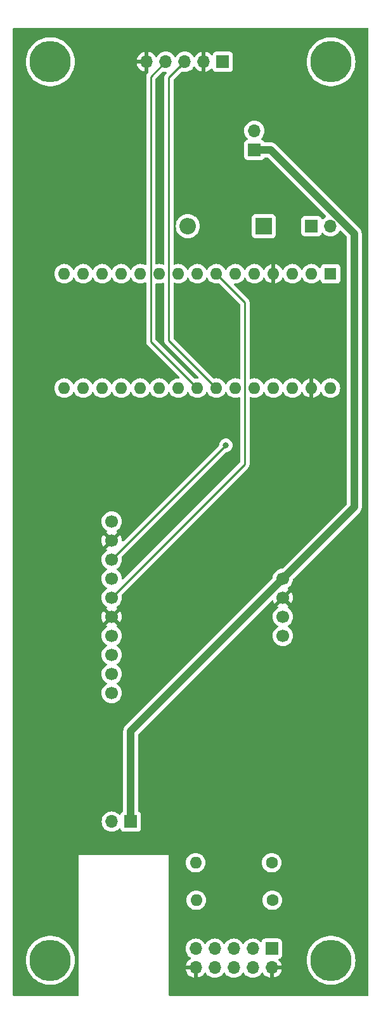
<source format=gbr>
%TF.GenerationSoftware,KiCad,Pcbnew,7.0.9*%
%TF.CreationDate,2025-03-23T18:57:58-04:00*%
%TF.ProjectId,Pneumatactors_NanoEvery_PumpControl,506e6575-6d61-4746-9163-746f72735f4e,rev?*%
%TF.SameCoordinates,Original*%
%TF.FileFunction,Copper,L2,Bot*%
%TF.FilePolarity,Positive*%
%FSLAX46Y46*%
G04 Gerber Fmt 4.6, Leading zero omitted, Abs format (unit mm)*
G04 Created by KiCad (PCBNEW 7.0.9) date 2025-03-23 18:57:58*
%MOMM*%
%LPD*%
G01*
G04 APERTURE LIST*
%TA.AperFunction,ComponentPad*%
%ADD10R,2.200000X2.200000*%
%TD*%
%TA.AperFunction,ComponentPad*%
%ADD11O,2.200000X2.200000*%
%TD*%
%TA.AperFunction,ComponentPad*%
%ADD12C,1.700000*%
%TD*%
%TA.AperFunction,ComponentPad*%
%ADD13C,5.500000*%
%TD*%
%TA.AperFunction,ComponentPad*%
%ADD14R,1.700000X1.700000*%
%TD*%
%TA.AperFunction,ComponentPad*%
%ADD15O,1.700000X1.700000*%
%TD*%
%TA.AperFunction,ComponentPad*%
%ADD16C,1.600000*%
%TD*%
%TA.AperFunction,ComponentPad*%
%ADD17O,1.600000X1.600000*%
%TD*%
%TA.AperFunction,ComponentPad*%
%ADD18R,1.600000X1.600000*%
%TD*%
%TA.AperFunction,ViaPad*%
%ADD19C,0.800000*%
%TD*%
%TA.AperFunction,Conductor*%
%ADD20C,0.250000*%
%TD*%
%TA.AperFunction,Conductor*%
%ADD21C,1.000000*%
%TD*%
G04 APERTURE END LIST*
D10*
%TO.P,D1,1,K*%
%TO.N,Net-(D1-K)*%
X66040000Y-57150000D03*
D11*
%TO.P,D1,2,A*%
%TO.N,5V*%
X55880000Y-57150000D03*
%TD*%
D12*
%TO.P,U1,1,VM*%
%TO.N,unconnected-(U1-VM-Pad1)*%
X45720000Y-96520000D03*
%TO.P,U1,2,GND*%
%TO.N,GND*%
X45720000Y-99060000D03*
%TO.P,U1,3,VCC*%
%TO.N,5V_NANO*%
X45720000Y-101600000D03*
%TO.P,U1,4,OCC*%
%TO.N,unconnected-(U1-OCC-Pad4)*%
X45720000Y-104140000D03*
%TO.P,U1,5,EN*%
%TO.N,EN*%
X45720000Y-106680000D03*
%TO.P,U1,6,ENB*%
%TO.N,GND*%
X45720000Y-109220000D03*
%TO.P,U1,7,PWM2*%
%TO.N,PWM2*%
X45720000Y-111760000D03*
%TO.P,U1,8,PWM1*%
%TO.N,PWM1*%
X45720000Y-114300000D03*
%TO.P,U1,9,OCM*%
%TO.N,unconnected-(U1-OCM-Pad9)*%
X45720000Y-116840000D03*
%TO.P,U1,10,OCM*%
%TO.N,unconnected-(U1-OCM-Pad10)*%
X45720000Y-119380000D03*
%TO.P,U1,11,VIN*%
%TO.N,5V*%
X68580000Y-104140000D03*
%TO.P,U1,12,GND*%
%TO.N,GND*%
X68580000Y-106680000D03*
%TO.P,U1,13,OUT2*%
%TO.N,unconnected-(U1-OUT2-Pad13)*%
X68580000Y-109220000D03*
%TO.P,U1,14,OUT1*%
%TO.N,unconnected-(U1-OUT1-Pad14)*%
X68580000Y-111760000D03*
%TD*%
D13*
%TO.P,H2,1*%
%TO.N,N/C*%
X75010000Y-35250000D03*
%TD*%
D14*
%TO.P,J2,1,Pin_1*%
%TO.N,SCL*%
X67090000Y-153460000D03*
D15*
%TO.P,J2,2,Pin_2*%
%TO.N,GND*%
X67090000Y-156000000D03*
%TO.P,J2,3,Pin_3*%
%TO.N,SDA*%
X64550000Y-153460000D03*
%TO.P,J2,4,Pin_4*%
%TO.N,unconnected-(J2-Pin_4-Pad4)*%
X64550000Y-156000000D03*
%TO.P,J2,5,Pin_5*%
%TO.N,unconnected-(J2-Pin_5-Pad5)*%
X62010000Y-153460000D03*
%TO.P,J2,6,Pin_6*%
%TO.N,unconnected-(J2-Pin_6-Pad6)*%
X62010000Y-156000000D03*
%TO.P,J2,7,Pin_7*%
%TO.N,unconnected-(J2-Pin_7-Pad7)*%
X59470000Y-153460000D03*
%TO.P,J2,8,Pin_8*%
%TO.N,unconnected-(J2-Pin_8-Pad8)*%
X59470000Y-156000000D03*
%TO.P,J2,9,Pin_9*%
%TO.N,unconnected-(J2-Pin_9-Pad9)*%
X56930000Y-153460000D03*
%TO.P,J2,10,Pin_10*%
%TO.N,GND*%
X56930000Y-156000000D03*
%TD*%
D14*
%TO.P,J4,1,Pin_1*%
%TO.N,5V_BUS*%
X60550000Y-35250000D03*
D15*
%TO.P,J4,2,Pin_2*%
%TO.N,GND*%
X58010000Y-35250000D03*
%TO.P,J4,3,Pin_3*%
%TO.N,SCL*%
X55470000Y-35250000D03*
%TO.P,J4,4,Pin_4*%
%TO.N,SDA*%
X52930000Y-35250000D03*
%TO.P,J4,5,Pin_5*%
%TO.N,GND*%
X50390000Y-35250000D03*
%TD*%
D14*
%TO.P,J1,1,Pin_1*%
%TO.N,Net-(D1-K)*%
X72390000Y-57150000D03*
D15*
%TO.P,J1,2,Pin_2*%
%TO.N,Net-(A1-VIN)*%
X74930000Y-57150000D03*
%TD*%
D13*
%TO.P,H1,1*%
%TO.N,N/C*%
X37510000Y-35250000D03*
%TD*%
D16*
%TO.P,R1,1*%
%TO.N,SDA*%
X67090000Y-142000000D03*
D17*
%TO.P,R1,2*%
%TO.N,5V*%
X56930000Y-142000000D03*
%TD*%
D13*
%TO.P,H3,1*%
%TO.N,N/C*%
X37510000Y-155000000D03*
%TD*%
D16*
%TO.P,R2,1*%
%TO.N,SCL*%
X67170000Y-147000000D03*
D17*
%TO.P,R2,2*%
%TO.N,5V*%
X57010000Y-147000000D03*
%TD*%
D13*
%TO.P,H4,1*%
%TO.N,N/C*%
X75010000Y-155000000D03*
%TD*%
D14*
%TO.P,J5,1,Pin_1*%
%TO.N,5V*%
X64770000Y-46990000D03*
D15*
%TO.P,J5,2,Pin_2*%
%TO.N,5V_BUS*%
X64770000Y-44450000D03*
%TD*%
D18*
%TO.P,A1,1,TX1*%
%TO.N,unconnected-(A1-TX1-Pad1)*%
X74930000Y-63500000D03*
D17*
%TO.P,A1,2,RX1*%
%TO.N,unconnected-(A1-RX1-Pad2)*%
X72390000Y-63500000D03*
%TO.P,A1,3,~{RESET}*%
%TO.N,unconnected-(A1-~{RESET}-Pad3)*%
X69850000Y-63500000D03*
%TO.P,A1,4,GND*%
%TO.N,GND*%
X67310000Y-63500000D03*
%TO.P,A1,5,D2*%
%TO.N,unconnected-(A1-D2-Pad5)*%
X64770000Y-63500000D03*
%TO.P,A1,6,D3*%
%TO.N,unconnected-(A1-D3-Pad6)*%
X62230000Y-63500000D03*
%TO.P,A1,7,D4*%
%TO.N,EN*%
X59690000Y-63500000D03*
%TO.P,A1,8,D5*%
%TO.N,PWM1*%
X57150000Y-63500000D03*
%TO.P,A1,9,D6*%
%TO.N,PWM2*%
X54610000Y-63500000D03*
%TO.P,A1,10,D7*%
%TO.N,unconnected-(A1-D7-Pad10)*%
X52070000Y-63500000D03*
%TO.P,A1,11,D8*%
%TO.N,unconnected-(A1-D8-Pad11)*%
X49530000Y-63500000D03*
%TO.P,A1,12,D9*%
%TO.N,unconnected-(A1-D9-Pad12)*%
X46990000Y-63500000D03*
%TO.P,A1,13,D10*%
%TO.N,unconnected-(A1-D10-Pad13)*%
X44450000Y-63500000D03*
%TO.P,A1,14,MOSI*%
%TO.N,unconnected-(A1-MOSI-Pad14)*%
X41910000Y-63500000D03*
%TO.P,A1,15,MISO*%
%TO.N,unconnected-(A1-MISO-Pad15)*%
X39370000Y-63500000D03*
%TO.P,A1,16,SCK*%
%TO.N,unconnected-(A1-SCK-Pad16)*%
X39370000Y-78740000D03*
%TO.P,A1,17,3V3*%
%TO.N,unconnected-(A1-3V3-Pad17)*%
X41910000Y-78740000D03*
%TO.P,A1,18,AREF*%
%TO.N,unconnected-(A1-AREF-Pad18)*%
X44450000Y-78740000D03*
%TO.P,A1,19,A0*%
%TO.N,unconnected-(A1-A0-Pad19)*%
X46990000Y-78740000D03*
%TO.P,A1,20,A1*%
%TO.N,unconnected-(A1-A1-Pad20)*%
X49530000Y-78740000D03*
%TO.P,A1,21,A2*%
%TO.N,unconnected-(A1-A2-Pad21)*%
X52070000Y-78740000D03*
%TO.P,A1,22,A3*%
%TO.N,unconnected-(A1-A3-Pad22)*%
X54610000Y-78740000D03*
%TO.P,A1,23,SDA/A4*%
%TO.N,SDA*%
X57150000Y-78740000D03*
%TO.P,A1,24,SCL/A5*%
%TO.N,SCL*%
X59690000Y-78740000D03*
%TO.P,A1,25,A6*%
%TO.N,unconnected-(A1-A6-Pad25)*%
X62230000Y-78740000D03*
%TO.P,A1,26,A7*%
%TO.N,unconnected-(A1-A7-Pad26)*%
X64770000Y-78740000D03*
%TO.P,A1,27,+5V*%
%TO.N,5V_NANO*%
X67310000Y-78740000D03*
%TO.P,A1,28,~{RESET}*%
%TO.N,unconnected-(A1-~{RESET}-Pad28)*%
X69850000Y-78740000D03*
%TO.P,A1,29,GND*%
%TO.N,GND*%
X72390000Y-78740000D03*
%TO.P,A1,30,VIN*%
%TO.N,Net-(A1-VIN)*%
X74930000Y-78740000D03*
%TD*%
D14*
%TO.P,J6,1,Pin_1*%
%TO.N,5V*%
X48265000Y-136525000D03*
D15*
%TO.P,J6,2,Pin_2*%
%TO.N,5V_BARREL*%
X45725000Y-136525000D03*
%TD*%
D19*
%TO.N,GND*%
X52070000Y-44450000D03*
X52070000Y-70485000D03*
X59690000Y-70485000D03*
%TO.N,5V_NANO*%
X60960000Y-86360000D03*
%TD*%
D20*
%TO.N,EN*%
X63500000Y-67310000D02*
X63500000Y-88900000D01*
X63500000Y-88900000D02*
X45720000Y-106680000D01*
X59690000Y-63500000D02*
X63500000Y-67310000D01*
%TO.N,SDA*%
X50945000Y-37235000D02*
X50945000Y-72535000D01*
X52930000Y-35250000D02*
X50945000Y-37235000D01*
X50945000Y-72535000D02*
X57150000Y-78740000D01*
%TO.N,SCL*%
X55470000Y-35250000D02*
X53340000Y-37380000D01*
X54745000Y-35975000D02*
X55470000Y-35250000D01*
X53340000Y-72390000D02*
X59690000Y-78740000D01*
X53340000Y-37380000D02*
X53340000Y-72390000D01*
%TO.N,5V_NANO*%
X60960000Y-86360000D02*
X45720000Y-101600000D01*
D21*
%TO.N,5V*%
X66962032Y-46990000D02*
X64770000Y-46990000D01*
X48265000Y-136525000D02*
X48265000Y-124455000D01*
X48265000Y-124455000D02*
X68580000Y-104140000D01*
X78105000Y-94615000D02*
X78105000Y-58132968D01*
X68580000Y-104140000D02*
X78105000Y-94615000D01*
X78105000Y-58132968D02*
X66962032Y-46990000D01*
%TD*%
%TA.AperFunction,Conductor*%
%TO.N,GND*%
G36*
X58487865Y-64043348D02*
G01*
X58532382Y-64094725D01*
X58559429Y-64152728D01*
X58559432Y-64152734D01*
X58689954Y-64339141D01*
X58850858Y-64500045D01*
X58850861Y-64500047D01*
X59037266Y-64630568D01*
X59243504Y-64726739D01*
X59463308Y-64785635D01*
X59620780Y-64799412D01*
X59689998Y-64805468D01*
X59690000Y-64805468D01*
X59690002Y-64805468D01*
X59759220Y-64799412D01*
X59916692Y-64785635D01*
X59985048Y-64767319D01*
X60054896Y-64768980D01*
X60104822Y-64799412D01*
X62838181Y-67532771D01*
X62871666Y-67594094D01*
X62874500Y-67620452D01*
X62874500Y-77410950D01*
X62854815Y-77477989D01*
X62802011Y-77523744D01*
X62732853Y-77533688D01*
X62698099Y-77523334D01*
X62676498Y-77513262D01*
X62676488Y-77513258D01*
X62456697Y-77454366D01*
X62456693Y-77454365D01*
X62456692Y-77454365D01*
X62456691Y-77454364D01*
X62456686Y-77454364D01*
X62230002Y-77434532D01*
X62229998Y-77434532D01*
X62003313Y-77454364D01*
X62003302Y-77454366D01*
X61783511Y-77513258D01*
X61783502Y-77513261D01*
X61577267Y-77609431D01*
X61577265Y-77609432D01*
X61390858Y-77739954D01*
X61229954Y-77900858D01*
X61099432Y-78087265D01*
X61099431Y-78087267D01*
X61072382Y-78145275D01*
X61026209Y-78197714D01*
X60959016Y-78216866D01*
X60892135Y-78196650D01*
X60847618Y-78145275D01*
X60820686Y-78087520D01*
X60820568Y-78087266D01*
X60690047Y-77900861D01*
X60690045Y-77900858D01*
X60529141Y-77739954D01*
X60342734Y-77609432D01*
X60342732Y-77609431D01*
X60136497Y-77513261D01*
X60136488Y-77513258D01*
X59916697Y-77454366D01*
X59916693Y-77454365D01*
X59916692Y-77454365D01*
X59916691Y-77454364D01*
X59916686Y-77454364D01*
X59690002Y-77434532D01*
X59689999Y-77434532D01*
X59463313Y-77454364D01*
X59463296Y-77454367D01*
X59394949Y-77472680D01*
X59325099Y-77471016D01*
X59275177Y-77440586D01*
X54001819Y-72167228D01*
X53968334Y-72105905D01*
X53965500Y-72079547D01*
X53965500Y-64829048D01*
X53985185Y-64762009D01*
X54037989Y-64716254D01*
X54107147Y-64706310D01*
X54141905Y-64716667D01*
X54163504Y-64726739D01*
X54383308Y-64785635D01*
X54540780Y-64799412D01*
X54609998Y-64805468D01*
X54610000Y-64805468D01*
X54610002Y-64805468D01*
X54679220Y-64799412D01*
X54836692Y-64785635D01*
X55056496Y-64726739D01*
X55262734Y-64630568D01*
X55449139Y-64500047D01*
X55610047Y-64339139D01*
X55740568Y-64152734D01*
X55767618Y-64094724D01*
X55813790Y-64042285D01*
X55880983Y-64023133D01*
X55947865Y-64043348D01*
X55992382Y-64094725D01*
X56019429Y-64152728D01*
X56019432Y-64152734D01*
X56149954Y-64339141D01*
X56310858Y-64500045D01*
X56310861Y-64500047D01*
X56497266Y-64630568D01*
X56703504Y-64726739D01*
X56923308Y-64785635D01*
X57080780Y-64799412D01*
X57149998Y-64805468D01*
X57150000Y-64805468D01*
X57150002Y-64805468D01*
X57219220Y-64799412D01*
X57376692Y-64785635D01*
X57596496Y-64726739D01*
X57802734Y-64630568D01*
X57989139Y-64500047D01*
X58150047Y-64339139D01*
X58280568Y-64152734D01*
X58307618Y-64094724D01*
X58353790Y-64042285D01*
X58420983Y-64023133D01*
X58487865Y-64043348D01*
G37*
%TD.AperFunction*%
%TA.AperFunction,Conductor*%
G36*
X52670954Y-64734691D02*
G01*
X52709195Y-64793167D01*
X52714500Y-64829048D01*
X52714500Y-72307255D01*
X52712775Y-72322872D01*
X52713061Y-72322899D01*
X52712326Y-72330665D01*
X52714500Y-72399814D01*
X52714500Y-72429343D01*
X52714501Y-72429360D01*
X52715368Y-72436231D01*
X52715826Y-72442050D01*
X52717290Y-72488624D01*
X52717291Y-72488627D01*
X52722880Y-72507867D01*
X52726824Y-72526911D01*
X52729086Y-72544814D01*
X52729336Y-72546791D01*
X52746490Y-72590119D01*
X52748382Y-72595647D01*
X52761382Y-72640390D01*
X52768755Y-72652858D01*
X52771580Y-72657634D01*
X52780138Y-72675103D01*
X52787514Y-72693732D01*
X52814898Y-72731423D01*
X52818106Y-72736307D01*
X52841827Y-72776416D01*
X52841833Y-72776424D01*
X52855990Y-72790580D01*
X52868628Y-72805376D01*
X52880405Y-72821586D01*
X52880406Y-72821587D01*
X52916309Y-72851288D01*
X52920620Y-72855210D01*
X57044940Y-76979531D01*
X57292590Y-77227181D01*
X57326075Y-77288504D01*
X57321091Y-77358196D01*
X57279219Y-77414129D01*
X57213755Y-77438546D01*
X57194102Y-77438390D01*
X57150002Y-77434532D01*
X57149999Y-77434532D01*
X56923313Y-77454364D01*
X56923296Y-77454367D01*
X56854949Y-77472680D01*
X56785099Y-77471016D01*
X56735177Y-77440586D01*
X51606819Y-72312228D01*
X51573334Y-72250905D01*
X51570500Y-72224547D01*
X51570500Y-64874136D01*
X51590185Y-64807097D01*
X51642989Y-64761342D01*
X51712147Y-64751398D01*
X51726582Y-64754358D01*
X51843308Y-64785635D01*
X52000780Y-64799412D01*
X52069998Y-64805468D01*
X52070000Y-64805468D01*
X52070002Y-64805468D01*
X52139220Y-64799412D01*
X52296692Y-64785635D01*
X52516496Y-64726739D01*
X52538093Y-64716667D01*
X52607169Y-64706173D01*
X52670954Y-64734691D01*
G37*
%TD.AperFunction*%
%TA.AperFunction,Conductor*%
G36*
X52594125Y-36558143D02*
G01*
X52628780Y-36567428D01*
X52694592Y-36585063D01*
X52871034Y-36600500D01*
X52929999Y-36605659D01*
X52930387Y-36605659D01*
X52930551Y-36605707D01*
X52935394Y-36606131D01*
X52935308Y-36607104D01*
X52997426Y-36625344D01*
X53043181Y-36678148D01*
X53053125Y-36747306D01*
X53024100Y-36810862D01*
X53018081Y-36817326D01*
X52970990Y-36864418D01*
X52956208Y-36879200D01*
X52943951Y-36889020D01*
X52944134Y-36889241D01*
X52938123Y-36894213D01*
X52890772Y-36944636D01*
X52869889Y-36965519D01*
X52869877Y-36965532D01*
X52865621Y-36971017D01*
X52861837Y-36975447D01*
X52829937Y-37009418D01*
X52829936Y-37009420D01*
X52820284Y-37026976D01*
X52809610Y-37043226D01*
X52797329Y-37059061D01*
X52797324Y-37059068D01*
X52778815Y-37101838D01*
X52776245Y-37107084D01*
X52753803Y-37147906D01*
X52748822Y-37167307D01*
X52742521Y-37185710D01*
X52734562Y-37204102D01*
X52734561Y-37204105D01*
X52727271Y-37250127D01*
X52726087Y-37255846D01*
X52714501Y-37300972D01*
X52714500Y-37300982D01*
X52714500Y-37321016D01*
X52712973Y-37340415D01*
X52709840Y-37360194D01*
X52709840Y-37360195D01*
X52714225Y-37406583D01*
X52714500Y-37412421D01*
X52714500Y-62170950D01*
X52694815Y-62237989D01*
X52642011Y-62283744D01*
X52572853Y-62293688D01*
X52538099Y-62283334D01*
X52516498Y-62273262D01*
X52516488Y-62273258D01*
X52296697Y-62214366D01*
X52296693Y-62214365D01*
X52296692Y-62214365D01*
X52296691Y-62214364D01*
X52296686Y-62214364D01*
X52070002Y-62194532D01*
X52069998Y-62194532D01*
X51843313Y-62214364D01*
X51843302Y-62214366D01*
X51726593Y-62245638D01*
X51656743Y-62243975D01*
X51598881Y-62204812D01*
X51571377Y-62140583D01*
X51570500Y-62125863D01*
X51570500Y-37545451D01*
X51590185Y-37478412D01*
X51606815Y-37457774D01*
X52474353Y-36590235D01*
X52535674Y-36556752D01*
X52594125Y-36558143D01*
G37*
%TD.AperFunction*%
%TA.AperFunction,Conductor*%
G36*
X79952539Y-30770185D02*
G01*
X79998294Y-30822989D01*
X80009500Y-30874500D01*
X80009500Y-159625500D01*
X79989815Y-159692539D01*
X79937011Y-159738294D01*
X79885500Y-159749500D01*
X53464000Y-159749500D01*
X53396961Y-159729815D01*
X53351206Y-159677011D01*
X53340000Y-159625500D01*
X53340000Y-153460000D01*
X55574341Y-153460000D01*
X55594936Y-153695403D01*
X55594938Y-153695413D01*
X55656094Y-153923655D01*
X55656096Y-153923659D01*
X55656097Y-153923663D01*
X55660000Y-153932032D01*
X55755965Y-154137830D01*
X55755967Y-154137834D01*
X55864281Y-154292521D01*
X55891501Y-154331396D01*
X55891506Y-154331402D01*
X56058597Y-154498493D01*
X56058603Y-154498498D01*
X56244594Y-154628730D01*
X56288219Y-154683307D01*
X56295413Y-154752805D01*
X56263890Y-154815160D01*
X56244595Y-154831880D01*
X56058922Y-154961890D01*
X56058920Y-154961891D01*
X55891891Y-155128920D01*
X55891886Y-155128926D01*
X55756400Y-155322420D01*
X55756399Y-155322422D01*
X55656570Y-155536507D01*
X55656567Y-155536513D01*
X55599364Y-155749999D01*
X55599364Y-155750000D01*
X56496314Y-155750000D01*
X56470507Y-155790156D01*
X56430000Y-155928111D01*
X56430000Y-156071889D01*
X56470507Y-156209844D01*
X56496314Y-156250000D01*
X55599364Y-156250000D01*
X55656567Y-156463486D01*
X55656570Y-156463492D01*
X55756399Y-156677578D01*
X55891894Y-156871082D01*
X56058917Y-157038105D01*
X56252421Y-157173600D01*
X56466507Y-157273429D01*
X56466516Y-157273433D01*
X56680000Y-157330634D01*
X56680000Y-156435501D01*
X56787685Y-156484680D01*
X56894237Y-156500000D01*
X56965763Y-156500000D01*
X57072315Y-156484680D01*
X57180000Y-156435501D01*
X57180000Y-157330633D01*
X57393483Y-157273433D01*
X57393492Y-157273429D01*
X57607578Y-157173600D01*
X57801082Y-157038105D01*
X57968105Y-156871082D01*
X58098119Y-156685405D01*
X58152696Y-156641781D01*
X58222195Y-156634588D01*
X58284549Y-156666110D01*
X58301269Y-156685405D01*
X58431505Y-156871401D01*
X58598599Y-157038495D01*
X58695384Y-157106265D01*
X58792165Y-157174032D01*
X58792167Y-157174033D01*
X58792170Y-157174035D01*
X59006337Y-157273903D01*
X59234592Y-157335063D01*
X59422918Y-157351539D01*
X59469999Y-157355659D01*
X59470000Y-157355659D01*
X59470001Y-157355659D01*
X59509234Y-157352226D01*
X59705408Y-157335063D01*
X59933663Y-157273903D01*
X60147830Y-157174035D01*
X60341401Y-157038495D01*
X60508495Y-156871401D01*
X60638425Y-156685842D01*
X60693002Y-156642217D01*
X60762500Y-156635023D01*
X60824855Y-156666546D01*
X60841575Y-156685842D01*
X60971281Y-156871082D01*
X60971505Y-156871401D01*
X61138599Y-157038495D01*
X61235384Y-157106265D01*
X61332165Y-157174032D01*
X61332167Y-157174033D01*
X61332170Y-157174035D01*
X61546337Y-157273903D01*
X61774592Y-157335063D01*
X61962918Y-157351539D01*
X62009999Y-157355659D01*
X62010000Y-157355659D01*
X62010001Y-157355659D01*
X62049234Y-157352226D01*
X62245408Y-157335063D01*
X62473663Y-157273903D01*
X62687830Y-157174035D01*
X62881401Y-157038495D01*
X63048495Y-156871401D01*
X63178425Y-156685842D01*
X63233002Y-156642217D01*
X63302500Y-156635023D01*
X63364855Y-156666546D01*
X63381575Y-156685842D01*
X63511281Y-156871082D01*
X63511505Y-156871401D01*
X63678599Y-157038495D01*
X63775384Y-157106265D01*
X63872165Y-157174032D01*
X63872167Y-157174033D01*
X63872170Y-157174035D01*
X64086337Y-157273903D01*
X64314592Y-157335063D01*
X64502918Y-157351539D01*
X64549999Y-157355659D01*
X64550000Y-157355659D01*
X64550001Y-157355659D01*
X64589234Y-157352226D01*
X64785408Y-157335063D01*
X65013663Y-157273903D01*
X65227830Y-157174035D01*
X65421401Y-157038495D01*
X65588495Y-156871401D01*
X65718730Y-156685405D01*
X65773307Y-156641781D01*
X65842805Y-156634587D01*
X65905160Y-156666110D01*
X65921879Y-156685405D01*
X66051890Y-156871078D01*
X66218917Y-157038105D01*
X66412421Y-157173600D01*
X66626507Y-157273429D01*
X66626516Y-157273433D01*
X66840000Y-157330634D01*
X66840000Y-156435501D01*
X66947685Y-156484680D01*
X67054237Y-156500000D01*
X67125763Y-156500000D01*
X67232315Y-156484680D01*
X67340000Y-156435501D01*
X67340000Y-157330633D01*
X67553483Y-157273433D01*
X67553492Y-157273429D01*
X67767578Y-157173600D01*
X67961082Y-157038105D01*
X68128105Y-156871082D01*
X68263600Y-156677578D01*
X68363429Y-156463492D01*
X68363432Y-156463486D01*
X68420636Y-156250000D01*
X67523686Y-156250000D01*
X67549493Y-156209844D01*
X67590000Y-156071889D01*
X67590000Y-155928111D01*
X67549493Y-155790156D01*
X67523686Y-155750000D01*
X68420636Y-155750000D01*
X68420635Y-155749999D01*
X68363432Y-155536513D01*
X68363429Y-155536507D01*
X68263600Y-155322422D01*
X68263599Y-155322420D01*
X68128113Y-155128926D01*
X68128108Y-155128920D01*
X68006053Y-155006865D01*
X68002306Y-155000002D01*
X71754726Y-155000002D01*
X71773808Y-155351954D01*
X71830833Y-155699793D01*
X71830834Y-155699796D01*
X71925126Y-156039408D01*
X71925127Y-156039410D01*
X72055588Y-156366844D01*
X72055597Y-156366862D01*
X72197536Y-156634587D01*
X72220695Y-156678269D01*
X72351642Y-156871402D01*
X72418498Y-156970006D01*
X72418505Y-156970016D01*
X72591801Y-157174035D01*
X72646686Y-157238650D01*
X72902580Y-157481046D01*
X73183182Y-157694354D01*
X73485202Y-157876074D01*
X73485206Y-157876075D01*
X73485210Y-157876078D01*
X73805088Y-158024070D01*
X73805092Y-158024070D01*
X73805099Y-158024074D01*
X74139122Y-158136619D01*
X74483355Y-158212391D01*
X74833763Y-158250500D01*
X74833769Y-158250500D01*
X75186231Y-158250500D01*
X75186237Y-158250500D01*
X75536645Y-158212391D01*
X75880878Y-158136619D01*
X76214901Y-158024074D01*
X76214908Y-158024070D01*
X76214911Y-158024070D01*
X76534789Y-157876078D01*
X76534798Y-157876074D01*
X76836818Y-157694354D01*
X77117420Y-157481046D01*
X77373314Y-157238650D01*
X77601501Y-156970008D01*
X77799305Y-156678269D01*
X77964407Y-156366854D01*
X78094871Y-156039414D01*
X78189168Y-155699788D01*
X78246191Y-155351957D01*
X78265274Y-155000000D01*
X78260412Y-154910337D01*
X78248086Y-154683002D01*
X78246191Y-154648043D01*
X78189168Y-154300212D01*
X78134195Y-154102217D01*
X78094873Y-153960591D01*
X78094872Y-153960589D01*
X78080159Y-153923663D01*
X78053058Y-153855645D01*
X77964411Y-153633155D01*
X77964402Y-153633137D01*
X77799305Y-153321731D01*
X77601501Y-153029992D01*
X77601497Y-153029987D01*
X77601494Y-153029983D01*
X77373314Y-152761350D01*
X77190943Y-152588599D01*
X77117420Y-152518954D01*
X77117413Y-152518948D01*
X77117410Y-152518946D01*
X76952791Y-152393806D01*
X76836818Y-152305646D01*
X76836815Y-152305644D01*
X76534802Y-152123928D01*
X76534789Y-152123921D01*
X76214911Y-151975929D01*
X76214906Y-151975928D01*
X76214903Y-151975927D01*
X76214901Y-151975926D01*
X76108432Y-151940052D01*
X75880880Y-151863381D01*
X75536643Y-151787608D01*
X75186238Y-151749500D01*
X75186237Y-151749500D01*
X74833763Y-151749500D01*
X74833761Y-151749500D01*
X74483356Y-151787608D01*
X74139119Y-151863381D01*
X73805093Y-151975928D01*
X73805088Y-151975929D01*
X73485210Y-152123921D01*
X73485197Y-152123928D01*
X73183184Y-152305644D01*
X72902589Y-152518946D01*
X72902580Y-152518954D01*
X72646685Y-152761350D01*
X72418505Y-153029983D01*
X72418498Y-153029993D01*
X72220695Y-153321730D01*
X72055597Y-153633137D01*
X72055588Y-153633155D01*
X71925127Y-153960589D01*
X71925126Y-153960591D01*
X71830834Y-154300203D01*
X71830833Y-154300206D01*
X71773808Y-154648045D01*
X71754726Y-154999997D01*
X71754726Y-155000002D01*
X68002306Y-155000002D01*
X67972568Y-154945542D01*
X67977552Y-154875850D01*
X68019424Y-154819917D01*
X68050400Y-154803002D01*
X68182331Y-154753796D01*
X68297546Y-154667546D01*
X68383796Y-154552331D01*
X68434091Y-154417483D01*
X68440500Y-154357873D01*
X68440499Y-152562128D01*
X68434091Y-152502517D01*
X68432810Y-152499083D01*
X68383797Y-152367671D01*
X68383793Y-152367664D01*
X68297547Y-152252455D01*
X68297544Y-152252452D01*
X68182335Y-152166206D01*
X68182328Y-152166202D01*
X68047482Y-152115908D01*
X68047483Y-152115908D01*
X67987883Y-152109501D01*
X67987881Y-152109500D01*
X67987873Y-152109500D01*
X67987864Y-152109500D01*
X66192129Y-152109500D01*
X66192123Y-152109501D01*
X66132516Y-152115908D01*
X65997671Y-152166202D01*
X65997664Y-152166206D01*
X65882455Y-152252452D01*
X65882452Y-152252455D01*
X65796206Y-152367664D01*
X65796203Y-152367669D01*
X65747189Y-152499083D01*
X65705317Y-152555016D01*
X65639853Y-152579433D01*
X65571580Y-152564581D01*
X65543326Y-152543430D01*
X65421402Y-152421506D01*
X65421395Y-152421501D01*
X65227834Y-152285967D01*
X65227830Y-152285965D01*
X65227828Y-152285964D01*
X65013663Y-152186097D01*
X65013659Y-152186096D01*
X65013655Y-152186094D01*
X64785413Y-152124938D01*
X64785403Y-152124936D01*
X64550001Y-152104341D01*
X64549999Y-152104341D01*
X64314596Y-152124936D01*
X64314586Y-152124938D01*
X64086344Y-152186094D01*
X64086335Y-152186098D01*
X63872171Y-152285964D01*
X63872169Y-152285965D01*
X63678597Y-152421505D01*
X63511505Y-152588597D01*
X63381575Y-152774158D01*
X63326998Y-152817783D01*
X63257500Y-152824977D01*
X63195145Y-152793454D01*
X63178425Y-152774158D01*
X63048494Y-152588597D01*
X62881402Y-152421506D01*
X62881395Y-152421501D01*
X62687834Y-152285967D01*
X62687830Y-152285965D01*
X62687828Y-152285964D01*
X62473663Y-152186097D01*
X62473659Y-152186096D01*
X62473655Y-152186094D01*
X62245413Y-152124938D01*
X62245403Y-152124936D01*
X62010001Y-152104341D01*
X62009999Y-152104341D01*
X61774596Y-152124936D01*
X61774586Y-152124938D01*
X61546344Y-152186094D01*
X61546335Y-152186098D01*
X61332171Y-152285964D01*
X61332169Y-152285965D01*
X61138597Y-152421505D01*
X60971505Y-152588597D01*
X60841575Y-152774158D01*
X60786998Y-152817783D01*
X60717500Y-152824977D01*
X60655145Y-152793454D01*
X60638425Y-152774158D01*
X60508494Y-152588597D01*
X60341402Y-152421506D01*
X60341395Y-152421501D01*
X60147834Y-152285967D01*
X60147830Y-152285965D01*
X60147828Y-152285964D01*
X59933663Y-152186097D01*
X59933659Y-152186096D01*
X59933655Y-152186094D01*
X59705413Y-152124938D01*
X59705403Y-152124936D01*
X59470001Y-152104341D01*
X59469999Y-152104341D01*
X59234596Y-152124936D01*
X59234586Y-152124938D01*
X59006344Y-152186094D01*
X59006335Y-152186098D01*
X58792171Y-152285964D01*
X58792169Y-152285965D01*
X58598597Y-152421505D01*
X58431505Y-152588597D01*
X58301575Y-152774158D01*
X58246998Y-152817783D01*
X58177500Y-152824977D01*
X58115145Y-152793454D01*
X58098425Y-152774158D01*
X57968494Y-152588597D01*
X57801402Y-152421506D01*
X57801395Y-152421501D01*
X57607834Y-152285967D01*
X57607830Y-152285965D01*
X57607828Y-152285964D01*
X57393663Y-152186097D01*
X57393659Y-152186096D01*
X57393655Y-152186094D01*
X57165413Y-152124938D01*
X57165403Y-152124936D01*
X56930001Y-152104341D01*
X56929999Y-152104341D01*
X56694596Y-152124936D01*
X56694586Y-152124938D01*
X56466344Y-152186094D01*
X56466335Y-152186098D01*
X56252171Y-152285964D01*
X56252169Y-152285965D01*
X56058597Y-152421505D01*
X55891505Y-152588597D01*
X55755965Y-152782169D01*
X55755964Y-152782171D01*
X55656098Y-152996335D01*
X55656094Y-152996344D01*
X55594938Y-153224586D01*
X55594936Y-153224596D01*
X55574341Y-153459999D01*
X55574341Y-153460000D01*
X53340000Y-153460000D01*
X53340000Y-147000001D01*
X55704532Y-147000001D01*
X55724364Y-147226686D01*
X55724366Y-147226697D01*
X55783258Y-147446488D01*
X55783261Y-147446497D01*
X55879431Y-147652732D01*
X55879432Y-147652734D01*
X56009954Y-147839141D01*
X56170858Y-148000045D01*
X56170861Y-148000047D01*
X56357266Y-148130568D01*
X56563504Y-148226739D01*
X56783308Y-148285635D01*
X56945230Y-148299801D01*
X57009998Y-148305468D01*
X57010000Y-148305468D01*
X57010002Y-148305468D01*
X57066673Y-148300509D01*
X57236692Y-148285635D01*
X57456496Y-148226739D01*
X57662734Y-148130568D01*
X57849139Y-148000047D01*
X58010047Y-147839139D01*
X58140568Y-147652734D01*
X58236739Y-147446496D01*
X58295635Y-147226692D01*
X58315468Y-147000001D01*
X65864532Y-147000001D01*
X65884364Y-147226686D01*
X65884366Y-147226697D01*
X65943258Y-147446488D01*
X65943261Y-147446497D01*
X66039431Y-147652732D01*
X66039432Y-147652734D01*
X66169954Y-147839141D01*
X66330858Y-148000045D01*
X66330861Y-148000047D01*
X66517266Y-148130568D01*
X66723504Y-148226739D01*
X66943308Y-148285635D01*
X67105230Y-148299801D01*
X67169998Y-148305468D01*
X67170000Y-148305468D01*
X67170002Y-148305468D01*
X67226673Y-148300509D01*
X67396692Y-148285635D01*
X67616496Y-148226739D01*
X67822734Y-148130568D01*
X68009139Y-148000047D01*
X68170047Y-147839139D01*
X68300568Y-147652734D01*
X68396739Y-147446496D01*
X68455635Y-147226692D01*
X68475468Y-147000000D01*
X68455635Y-146773308D01*
X68396739Y-146553504D01*
X68300568Y-146347266D01*
X68170047Y-146160861D01*
X68170045Y-146160858D01*
X68009141Y-145999954D01*
X67822734Y-145869432D01*
X67822732Y-145869431D01*
X67616497Y-145773261D01*
X67616488Y-145773258D01*
X67396697Y-145714366D01*
X67396693Y-145714365D01*
X67396692Y-145714365D01*
X67396691Y-145714364D01*
X67396686Y-145714364D01*
X67170002Y-145694532D01*
X67169998Y-145694532D01*
X66943313Y-145714364D01*
X66943302Y-145714366D01*
X66723511Y-145773258D01*
X66723502Y-145773261D01*
X66517267Y-145869431D01*
X66517265Y-145869432D01*
X66330858Y-145999954D01*
X66169954Y-146160858D01*
X66039432Y-146347265D01*
X66039431Y-146347267D01*
X65943261Y-146553502D01*
X65943258Y-146553511D01*
X65884366Y-146773302D01*
X65884364Y-146773313D01*
X65864532Y-146999998D01*
X65864532Y-147000001D01*
X58315468Y-147000001D01*
X58315468Y-147000000D01*
X58295635Y-146773308D01*
X58236739Y-146553504D01*
X58140568Y-146347266D01*
X58010047Y-146160861D01*
X58010045Y-146160858D01*
X57849141Y-145999954D01*
X57662734Y-145869432D01*
X57662732Y-145869431D01*
X57456497Y-145773261D01*
X57456488Y-145773258D01*
X57236697Y-145714366D01*
X57236693Y-145714365D01*
X57236692Y-145714365D01*
X57236691Y-145714364D01*
X57236686Y-145714364D01*
X57010002Y-145694532D01*
X57009998Y-145694532D01*
X56783313Y-145714364D01*
X56783302Y-145714366D01*
X56563511Y-145773258D01*
X56563502Y-145773261D01*
X56357267Y-145869431D01*
X56357265Y-145869432D01*
X56170858Y-145999954D01*
X56009954Y-146160858D01*
X55879432Y-146347265D01*
X55879431Y-146347267D01*
X55783261Y-146553502D01*
X55783258Y-146553511D01*
X55724366Y-146773302D01*
X55724364Y-146773313D01*
X55704532Y-146999998D01*
X55704532Y-147000001D01*
X53340000Y-147000001D01*
X53340000Y-142000001D01*
X55624532Y-142000001D01*
X55644364Y-142226686D01*
X55644366Y-142226697D01*
X55703258Y-142446488D01*
X55703261Y-142446497D01*
X55799431Y-142652732D01*
X55799432Y-142652734D01*
X55929954Y-142839141D01*
X56090858Y-143000045D01*
X56090861Y-143000047D01*
X56277266Y-143130568D01*
X56483504Y-143226739D01*
X56703308Y-143285635D01*
X56865230Y-143299801D01*
X56929998Y-143305468D01*
X56930000Y-143305468D01*
X56930002Y-143305468D01*
X56986673Y-143300509D01*
X57156692Y-143285635D01*
X57376496Y-143226739D01*
X57582734Y-143130568D01*
X57769139Y-143000047D01*
X57930047Y-142839139D01*
X58060568Y-142652734D01*
X58156739Y-142446496D01*
X58215635Y-142226692D01*
X58235468Y-142000001D01*
X65784532Y-142000001D01*
X65804364Y-142226686D01*
X65804366Y-142226697D01*
X65863258Y-142446488D01*
X65863261Y-142446497D01*
X65959431Y-142652732D01*
X65959432Y-142652734D01*
X66089954Y-142839141D01*
X66250858Y-143000045D01*
X66250861Y-143000047D01*
X66437266Y-143130568D01*
X66643504Y-143226739D01*
X66863308Y-143285635D01*
X67025230Y-143299801D01*
X67089998Y-143305468D01*
X67090000Y-143305468D01*
X67090002Y-143305468D01*
X67146673Y-143300509D01*
X67316692Y-143285635D01*
X67536496Y-143226739D01*
X67742734Y-143130568D01*
X67929139Y-143000047D01*
X68090047Y-142839139D01*
X68220568Y-142652734D01*
X68316739Y-142446496D01*
X68375635Y-142226692D01*
X68395468Y-142000000D01*
X68375635Y-141773308D01*
X68316739Y-141553504D01*
X68220568Y-141347266D01*
X68090047Y-141160861D01*
X68090045Y-141160858D01*
X67929141Y-140999954D01*
X67742734Y-140869432D01*
X67742732Y-140869431D01*
X67536497Y-140773261D01*
X67536488Y-140773258D01*
X67316697Y-140714366D01*
X67316693Y-140714365D01*
X67316692Y-140714365D01*
X67316691Y-140714364D01*
X67316686Y-140714364D01*
X67090002Y-140694532D01*
X67089998Y-140694532D01*
X66863313Y-140714364D01*
X66863302Y-140714366D01*
X66643511Y-140773258D01*
X66643502Y-140773261D01*
X66437267Y-140869431D01*
X66437265Y-140869432D01*
X66250858Y-140999954D01*
X66089954Y-141160858D01*
X65959432Y-141347265D01*
X65959431Y-141347267D01*
X65863261Y-141553502D01*
X65863258Y-141553511D01*
X65804366Y-141773302D01*
X65804364Y-141773313D01*
X65784532Y-141999998D01*
X65784532Y-142000001D01*
X58235468Y-142000001D01*
X58235468Y-142000000D01*
X58215635Y-141773308D01*
X58156739Y-141553504D01*
X58060568Y-141347266D01*
X57930047Y-141160861D01*
X57930045Y-141160858D01*
X57769141Y-140999954D01*
X57582734Y-140869432D01*
X57582732Y-140869431D01*
X57376497Y-140773261D01*
X57376488Y-140773258D01*
X57156697Y-140714366D01*
X57156693Y-140714365D01*
X57156692Y-140714365D01*
X57156691Y-140714364D01*
X57156686Y-140714364D01*
X56930002Y-140694532D01*
X56929998Y-140694532D01*
X56703313Y-140714364D01*
X56703302Y-140714366D01*
X56483511Y-140773258D01*
X56483502Y-140773261D01*
X56277267Y-140869431D01*
X56277265Y-140869432D01*
X56090858Y-140999954D01*
X55929954Y-141160858D01*
X55799432Y-141347265D01*
X55799431Y-141347267D01*
X55703261Y-141553502D01*
X55703258Y-141553511D01*
X55644366Y-141773302D01*
X55644364Y-141773313D01*
X55624532Y-141999998D01*
X55624532Y-142000001D01*
X53340000Y-142000001D01*
X53340000Y-140970000D01*
X41275000Y-140970000D01*
X41275000Y-159625500D01*
X41255315Y-159692539D01*
X41202511Y-159738294D01*
X41151000Y-159749500D01*
X32634500Y-159749500D01*
X32567461Y-159729815D01*
X32521706Y-159677011D01*
X32510500Y-159625500D01*
X32510500Y-155000002D01*
X34254726Y-155000002D01*
X34273808Y-155351954D01*
X34330833Y-155699793D01*
X34330834Y-155699796D01*
X34425126Y-156039408D01*
X34425127Y-156039410D01*
X34555588Y-156366844D01*
X34555597Y-156366862D01*
X34697536Y-156634587D01*
X34720695Y-156678269D01*
X34851642Y-156871402D01*
X34918498Y-156970006D01*
X34918505Y-156970016D01*
X35091801Y-157174035D01*
X35146686Y-157238650D01*
X35402580Y-157481046D01*
X35683182Y-157694354D01*
X35985202Y-157876074D01*
X35985206Y-157876075D01*
X35985210Y-157876078D01*
X36305088Y-158024070D01*
X36305092Y-158024070D01*
X36305099Y-158024074D01*
X36639122Y-158136619D01*
X36983355Y-158212391D01*
X37333763Y-158250500D01*
X37333769Y-158250500D01*
X37686231Y-158250500D01*
X37686237Y-158250500D01*
X38036645Y-158212391D01*
X38380878Y-158136619D01*
X38714901Y-158024074D01*
X38714908Y-158024070D01*
X38714911Y-158024070D01*
X39034789Y-157876078D01*
X39034798Y-157876074D01*
X39336818Y-157694354D01*
X39617420Y-157481046D01*
X39873314Y-157238650D01*
X40101501Y-156970008D01*
X40299305Y-156678269D01*
X40464407Y-156366854D01*
X40594871Y-156039414D01*
X40689168Y-155699788D01*
X40746191Y-155351957D01*
X40765274Y-155000000D01*
X40760412Y-154910337D01*
X40748086Y-154683002D01*
X40746191Y-154648043D01*
X40689168Y-154300212D01*
X40634195Y-154102217D01*
X40594873Y-153960591D01*
X40594872Y-153960589D01*
X40580159Y-153923663D01*
X40553058Y-153855645D01*
X40464411Y-153633155D01*
X40464402Y-153633137D01*
X40299305Y-153321731D01*
X40101501Y-153029992D01*
X40101497Y-153029987D01*
X40101494Y-153029983D01*
X39873314Y-152761350D01*
X39690943Y-152588599D01*
X39617420Y-152518954D01*
X39617413Y-152518948D01*
X39617410Y-152518946D01*
X39452791Y-152393806D01*
X39336818Y-152305646D01*
X39336815Y-152305644D01*
X39034802Y-152123928D01*
X39034789Y-152123921D01*
X38714911Y-151975929D01*
X38714906Y-151975928D01*
X38714903Y-151975927D01*
X38714901Y-151975926D01*
X38608432Y-151940052D01*
X38380880Y-151863381D01*
X38036643Y-151787608D01*
X37686238Y-151749500D01*
X37686237Y-151749500D01*
X37333763Y-151749500D01*
X37333761Y-151749500D01*
X36983356Y-151787608D01*
X36639119Y-151863381D01*
X36305093Y-151975928D01*
X36305088Y-151975929D01*
X35985210Y-152123921D01*
X35985197Y-152123928D01*
X35683184Y-152305644D01*
X35402589Y-152518946D01*
X35402580Y-152518954D01*
X35146685Y-152761350D01*
X34918505Y-153029983D01*
X34918498Y-153029993D01*
X34720695Y-153321730D01*
X34555597Y-153633137D01*
X34555588Y-153633155D01*
X34425127Y-153960589D01*
X34425126Y-153960591D01*
X34330834Y-154300203D01*
X34330833Y-154300206D01*
X34273808Y-154648045D01*
X34254726Y-154999997D01*
X34254726Y-155000002D01*
X32510500Y-155000002D01*
X32510500Y-136525000D01*
X44369341Y-136525000D01*
X44389936Y-136760403D01*
X44389938Y-136760413D01*
X44451094Y-136988655D01*
X44451096Y-136988659D01*
X44451097Y-136988663D01*
X44535499Y-137169663D01*
X44550965Y-137202830D01*
X44550967Y-137202834D01*
X44659281Y-137357521D01*
X44686505Y-137396401D01*
X44853599Y-137563495D01*
X44950384Y-137631265D01*
X45047165Y-137699032D01*
X45047167Y-137699033D01*
X45047170Y-137699035D01*
X45261337Y-137798903D01*
X45489592Y-137860063D01*
X45666034Y-137875500D01*
X45724999Y-137880659D01*
X45725000Y-137880659D01*
X45725001Y-137880659D01*
X45783966Y-137875500D01*
X45960408Y-137860063D01*
X46188663Y-137798903D01*
X46402830Y-137699035D01*
X46596401Y-137563495D01*
X46718329Y-137441566D01*
X46779648Y-137408084D01*
X46849340Y-137413068D01*
X46905274Y-137454939D01*
X46922189Y-137485917D01*
X46971202Y-137617328D01*
X46971206Y-137617335D01*
X47057452Y-137732544D01*
X47057455Y-137732547D01*
X47172664Y-137818793D01*
X47172671Y-137818797D01*
X47307517Y-137869091D01*
X47307516Y-137869091D01*
X47314444Y-137869835D01*
X47367127Y-137875500D01*
X49162872Y-137875499D01*
X49222483Y-137869091D01*
X49357331Y-137818796D01*
X49472546Y-137732546D01*
X49558796Y-137617331D01*
X49609091Y-137482483D01*
X49615500Y-137422873D01*
X49615499Y-135627128D01*
X49609091Y-135567517D01*
X49607810Y-135564083D01*
X49558797Y-135432671D01*
X49558793Y-135432664D01*
X49472547Y-135317455D01*
X49472544Y-135317452D01*
X49357335Y-135231206D01*
X49357332Y-135231205D01*
X49357331Y-135231204D01*
X49346161Y-135227038D01*
X49290231Y-135185166D01*
X49265816Y-135119701D01*
X49265500Y-135110858D01*
X49265500Y-124920782D01*
X49285185Y-124853743D01*
X49301814Y-124833106D01*
X67088107Y-107046812D01*
X67149426Y-107013330D01*
X67219118Y-107018314D01*
X67275051Y-107060186D01*
X67295559Y-107102402D01*
X67306567Y-107143485D01*
X67306570Y-107143492D01*
X67406400Y-107357579D01*
X67406402Y-107357583D01*
X67465072Y-107441373D01*
X67465073Y-107441373D01*
X68096922Y-106809523D01*
X68120507Y-106889844D01*
X68198239Y-107010798D01*
X68306900Y-107104952D01*
X68437685Y-107164680D01*
X68447466Y-107166086D01*
X67818625Y-107794925D01*
X67894594Y-107848119D01*
X67938219Y-107902696D01*
X67945413Y-107972194D01*
X67913890Y-108034549D01*
X67894595Y-108051269D01*
X67708594Y-108181508D01*
X67541505Y-108348597D01*
X67405965Y-108542169D01*
X67405964Y-108542171D01*
X67306098Y-108756335D01*
X67306094Y-108756344D01*
X67244938Y-108984586D01*
X67244936Y-108984596D01*
X67224341Y-109219999D01*
X67224341Y-109220000D01*
X67244936Y-109455403D01*
X67244938Y-109455413D01*
X67306094Y-109683655D01*
X67306096Y-109683659D01*
X67306097Y-109683663D01*
X67405847Y-109897578D01*
X67405965Y-109897830D01*
X67405967Y-109897834D01*
X67541501Y-110091395D01*
X67541506Y-110091402D01*
X67708597Y-110258493D01*
X67708603Y-110258498D01*
X67894158Y-110388425D01*
X67937783Y-110443002D01*
X67944977Y-110512500D01*
X67913454Y-110574855D01*
X67894158Y-110591575D01*
X67708597Y-110721505D01*
X67541505Y-110888597D01*
X67405965Y-111082169D01*
X67405964Y-111082171D01*
X67306098Y-111296335D01*
X67306094Y-111296344D01*
X67244938Y-111524586D01*
X67244936Y-111524596D01*
X67224341Y-111759999D01*
X67224341Y-111760000D01*
X67244936Y-111995403D01*
X67244938Y-111995413D01*
X67306094Y-112223655D01*
X67306096Y-112223659D01*
X67306097Y-112223663D01*
X67405965Y-112437830D01*
X67405967Y-112437834D01*
X67514281Y-112592521D01*
X67541505Y-112631401D01*
X67708599Y-112798495D01*
X67805384Y-112866265D01*
X67902165Y-112934032D01*
X67902167Y-112934033D01*
X67902170Y-112934035D01*
X68116337Y-113033903D01*
X68344592Y-113095063D01*
X68532918Y-113111539D01*
X68579999Y-113115659D01*
X68580000Y-113115659D01*
X68580001Y-113115659D01*
X68619234Y-113112226D01*
X68815408Y-113095063D01*
X69043663Y-113033903D01*
X69257830Y-112934035D01*
X69451401Y-112798495D01*
X69618495Y-112631401D01*
X69754035Y-112437830D01*
X69853903Y-112223663D01*
X69915063Y-111995408D01*
X69935659Y-111760000D01*
X69915063Y-111524592D01*
X69853903Y-111296337D01*
X69754035Y-111082171D01*
X69618495Y-110888599D01*
X69618494Y-110888597D01*
X69451402Y-110721506D01*
X69451396Y-110721501D01*
X69265842Y-110591575D01*
X69222217Y-110536998D01*
X69215023Y-110467500D01*
X69246546Y-110405145D01*
X69265842Y-110388425D01*
X69342248Y-110334925D01*
X69451401Y-110258495D01*
X69618495Y-110091401D01*
X69754035Y-109897830D01*
X69853903Y-109683663D01*
X69915063Y-109455408D01*
X69935659Y-109220000D01*
X69915063Y-108984592D01*
X69853903Y-108756337D01*
X69754035Y-108542171D01*
X69695537Y-108458626D01*
X69618494Y-108348597D01*
X69451402Y-108181506D01*
X69451401Y-108181505D01*
X69283844Y-108064180D01*
X69265405Y-108051269D01*
X69221781Y-107996692D01*
X69214588Y-107927193D01*
X69246110Y-107864839D01*
X69265405Y-107848119D01*
X69341373Y-107794925D01*
X68712533Y-107166086D01*
X68722315Y-107164680D01*
X68853100Y-107104952D01*
X68961761Y-107010798D01*
X69039493Y-106889844D01*
X69063076Y-106809524D01*
X69694925Y-107441373D01*
X69694926Y-107441373D01*
X69753598Y-107357582D01*
X69753600Y-107357578D01*
X69853429Y-107143492D01*
X69853433Y-107143483D01*
X69914567Y-106915326D01*
X69914569Y-106915315D01*
X69935157Y-106680001D01*
X69935157Y-106679998D01*
X69914569Y-106444684D01*
X69914567Y-106444673D01*
X69853433Y-106216516D01*
X69853429Y-106216507D01*
X69753600Y-106002423D01*
X69753599Y-106002421D01*
X69694925Y-105918626D01*
X69694925Y-105918625D01*
X69063076Y-106550475D01*
X69039493Y-106470156D01*
X68961761Y-106349202D01*
X68853100Y-106255048D01*
X68722315Y-106195320D01*
X68712532Y-106193913D01*
X69341373Y-105565073D01*
X69341373Y-105565072D01*
X69265405Y-105511880D01*
X69221780Y-105457304D01*
X69214586Y-105387805D01*
X69246108Y-105325451D01*
X69265399Y-105308734D01*
X69451401Y-105178495D01*
X69618495Y-105011401D01*
X69754035Y-104817830D01*
X69853903Y-104603663D01*
X69915063Y-104375408D01*
X69926043Y-104249901D01*
X69951495Y-104184834D01*
X69961882Y-104173037D01*
X78803467Y-95331452D01*
X78868053Y-95270059D01*
X78903099Y-95219706D01*
X78905938Y-95215941D01*
X78909612Y-95211435D01*
X78944698Y-95168407D01*
X78960601Y-95137960D01*
X78964674Y-95131239D01*
X78969489Y-95124320D01*
X78984295Y-95103049D01*
X79008492Y-95046660D01*
X79010498Y-95042435D01*
X79038909Y-94988049D01*
X79048357Y-94955022D01*
X79050988Y-94947633D01*
X79064540Y-94916058D01*
X79076895Y-94855930D01*
X79077999Y-94851429D01*
X79094886Y-94792418D01*
X79097494Y-94758157D01*
X79098585Y-94750389D01*
X79105500Y-94716743D01*
X79105500Y-94655398D01*
X79105679Y-94650688D01*
X79110337Y-94589524D01*
X79105997Y-94555442D01*
X79105500Y-94547603D01*
X79105500Y-58145643D01*
X79107756Y-58056610D01*
X79107755Y-58056609D01*
X79107756Y-58056604D01*
X79096929Y-57996201D01*
X79096282Y-57991588D01*
X79090074Y-57930530D01*
X79090073Y-57930528D01*
X79090073Y-57930525D01*
X79079790Y-57897755D01*
X79077917Y-57890122D01*
X79071858Y-57856316D01*
X79049102Y-57799346D01*
X79047521Y-57794905D01*
X79029159Y-57736380D01*
X79029158Y-57736378D01*
X79029157Y-57736375D01*
X79012488Y-57706346D01*
X79009117Y-57699246D01*
X78996378Y-57667354D01*
X78996377Y-57667351D01*
X78962620Y-57616131D01*
X78960180Y-57612102D01*
X78949379Y-57592643D01*
X78930409Y-57558466D01*
X78930407Y-57558463D01*
X78908033Y-57532402D01*
X78903302Y-57526127D01*
X78884402Y-57497449D01*
X78841012Y-57454059D01*
X78837822Y-57450616D01*
X78797867Y-57404074D01*
X78797863Y-57404070D01*
X78770698Y-57383042D01*
X78764803Y-57377850D01*
X67678484Y-46291532D01*
X67617093Y-46226949D01*
X67617092Y-46226948D01*
X67617091Y-46226947D01*
X67589236Y-46207559D01*
X67566741Y-46191902D01*
X67562978Y-46189064D01*
X67515445Y-46150305D01*
X67515438Y-46150300D01*
X67484991Y-46134397D01*
X67478283Y-46130334D01*
X67450081Y-46110705D01*
X67450078Y-46110703D01*
X67450077Y-46110703D01*
X67450073Y-46110701D01*
X67393712Y-46086514D01*
X67389456Y-46084493D01*
X67335089Y-46056094D01*
X67335082Y-46056091D01*
X67335081Y-46056091D01*
X67329040Y-46054362D01*
X67302062Y-46046642D01*
X67294662Y-46044008D01*
X67263089Y-46030459D01*
X67263090Y-46030459D01*
X67202998Y-46018109D01*
X67198423Y-46016986D01*
X67139452Y-46000113D01*
X67139457Y-46000113D01*
X67105190Y-45997503D01*
X67097412Y-45996412D01*
X67063774Y-45989500D01*
X67063773Y-45989500D01*
X67002434Y-45989500D01*
X66997727Y-45989321D01*
X66992153Y-45988896D01*
X66936556Y-45984662D01*
X66916621Y-45987201D01*
X66902472Y-45989003D01*
X66894643Y-45989500D01*
X66184141Y-45989500D01*
X66117102Y-45969815D01*
X66071347Y-45917011D01*
X66067969Y-45908859D01*
X66063796Y-45897669D01*
X66063793Y-45897665D01*
X66063793Y-45897664D01*
X65977547Y-45782455D01*
X65977544Y-45782452D01*
X65862335Y-45696206D01*
X65862328Y-45696202D01*
X65730917Y-45647189D01*
X65674983Y-45605318D01*
X65650566Y-45539853D01*
X65665418Y-45471580D01*
X65686563Y-45443332D01*
X65808495Y-45321401D01*
X65944035Y-45127830D01*
X66043903Y-44913663D01*
X66105063Y-44685408D01*
X66125659Y-44450000D01*
X66105063Y-44214592D01*
X66043903Y-43986337D01*
X65944035Y-43772171D01*
X65808495Y-43578599D01*
X65808494Y-43578597D01*
X65641402Y-43411506D01*
X65641395Y-43411501D01*
X65447834Y-43275967D01*
X65447830Y-43275965D01*
X65447828Y-43275964D01*
X65233663Y-43176097D01*
X65233659Y-43176096D01*
X65233655Y-43176094D01*
X65005413Y-43114938D01*
X65005403Y-43114936D01*
X64770001Y-43094341D01*
X64769999Y-43094341D01*
X64534596Y-43114936D01*
X64534586Y-43114938D01*
X64306344Y-43176094D01*
X64306335Y-43176098D01*
X64092171Y-43275964D01*
X64092169Y-43275965D01*
X63898597Y-43411505D01*
X63731505Y-43578597D01*
X63595965Y-43772169D01*
X63595964Y-43772171D01*
X63496098Y-43986335D01*
X63496094Y-43986344D01*
X63434938Y-44214586D01*
X63434936Y-44214596D01*
X63414341Y-44449999D01*
X63414341Y-44450000D01*
X63434936Y-44685403D01*
X63434938Y-44685413D01*
X63496094Y-44913655D01*
X63496096Y-44913659D01*
X63496097Y-44913663D01*
X63595965Y-45127830D01*
X63595967Y-45127834D01*
X63704281Y-45282521D01*
X63731501Y-45321396D01*
X63731506Y-45321402D01*
X63853430Y-45443326D01*
X63886915Y-45504649D01*
X63881931Y-45574341D01*
X63840059Y-45630274D01*
X63809083Y-45647189D01*
X63677669Y-45696203D01*
X63677664Y-45696206D01*
X63562455Y-45782452D01*
X63562452Y-45782455D01*
X63476206Y-45897664D01*
X63476202Y-45897671D01*
X63425908Y-46032517D01*
X63419501Y-46092116D01*
X63419500Y-46092135D01*
X63419500Y-47887870D01*
X63419501Y-47887876D01*
X63425908Y-47947483D01*
X63476202Y-48082328D01*
X63476206Y-48082335D01*
X63562452Y-48197544D01*
X63562455Y-48197547D01*
X63677664Y-48283793D01*
X63677671Y-48283797D01*
X63812517Y-48334091D01*
X63812516Y-48334091D01*
X63819444Y-48334835D01*
X63872127Y-48340500D01*
X65667872Y-48340499D01*
X65727483Y-48334091D01*
X65862331Y-48283796D01*
X65977546Y-48197546D01*
X66063796Y-48082331D01*
X66067960Y-48071165D01*
X66109829Y-48015234D01*
X66175293Y-47990816D01*
X66184141Y-47990500D01*
X66496249Y-47990500D01*
X66563288Y-48010185D01*
X66583930Y-48026819D01*
X74318522Y-55761411D01*
X74352007Y-55822734D01*
X74347023Y-55892426D01*
X74305151Y-55948359D01*
X74283246Y-55961474D01*
X74252171Y-55975964D01*
X74252169Y-55975965D01*
X74058600Y-56111503D01*
X73936673Y-56233430D01*
X73875350Y-56266914D01*
X73805658Y-56261930D01*
X73749725Y-56220058D01*
X73732810Y-56189081D01*
X73683797Y-56057671D01*
X73683793Y-56057664D01*
X73597547Y-55942455D01*
X73597544Y-55942452D01*
X73482335Y-55856206D01*
X73482328Y-55856202D01*
X73347482Y-55805908D01*
X73347483Y-55805908D01*
X73287883Y-55799501D01*
X73287881Y-55799500D01*
X73287873Y-55799500D01*
X73287864Y-55799500D01*
X71492129Y-55799500D01*
X71492123Y-55799501D01*
X71432516Y-55805908D01*
X71297671Y-55856202D01*
X71297664Y-55856206D01*
X71182455Y-55942452D01*
X71182452Y-55942455D01*
X71096206Y-56057664D01*
X71096202Y-56057671D01*
X71045908Y-56192517D01*
X71039501Y-56252116D01*
X71039500Y-56252135D01*
X71039500Y-58047870D01*
X71039501Y-58047876D01*
X71045908Y-58107483D01*
X71096202Y-58242328D01*
X71096206Y-58242335D01*
X71182452Y-58357544D01*
X71182455Y-58357547D01*
X71297664Y-58443793D01*
X71297671Y-58443797D01*
X71432517Y-58494091D01*
X71432516Y-58494091D01*
X71439444Y-58494835D01*
X71492127Y-58500500D01*
X73287872Y-58500499D01*
X73347483Y-58494091D01*
X73482331Y-58443796D01*
X73597546Y-58357546D01*
X73683796Y-58242331D01*
X73732810Y-58110916D01*
X73774681Y-58054984D01*
X73840145Y-58030566D01*
X73908418Y-58045417D01*
X73936673Y-58066569D01*
X74058599Y-58188495D01*
X74155384Y-58256265D01*
X74252165Y-58324032D01*
X74252167Y-58324033D01*
X74252170Y-58324035D01*
X74466337Y-58423903D01*
X74694592Y-58485063D01*
X74871034Y-58500500D01*
X74929999Y-58505659D01*
X74930000Y-58505659D01*
X74930001Y-58505659D01*
X74988966Y-58500500D01*
X75165408Y-58485063D01*
X75393663Y-58423903D01*
X75607830Y-58324035D01*
X75801401Y-58188495D01*
X75968495Y-58021401D01*
X76104035Y-57827830D01*
X76118527Y-57796751D01*
X76164694Y-57744316D01*
X76231887Y-57725162D01*
X76298769Y-57745376D01*
X76318588Y-57761477D01*
X77068181Y-58511070D01*
X77101666Y-58572393D01*
X77104500Y-58598751D01*
X77104500Y-94149217D01*
X77084815Y-94216256D01*
X77068181Y-94236898D01*
X68546970Y-102758108D01*
X68485647Y-102791593D01*
X68470098Y-102793955D01*
X68344596Y-102804936D01*
X68344586Y-102804938D01*
X68116344Y-102866094D01*
X68116335Y-102866098D01*
X67902171Y-102965964D01*
X67902169Y-102965965D01*
X67708597Y-103101505D01*
X67541505Y-103268597D01*
X67405965Y-103462169D01*
X67405964Y-103462171D01*
X67306098Y-103676335D01*
X67306094Y-103676344D01*
X67244938Y-103904586D01*
X67244936Y-103904596D01*
X67233955Y-104030098D01*
X67208502Y-104095166D01*
X67198108Y-104106970D01*
X47566532Y-123738546D01*
X47501946Y-123799942D01*
X47466899Y-123850294D01*
X47464062Y-123854056D01*
X47425302Y-123901592D01*
X47425299Y-123901597D01*
X47409392Y-123932047D01*
X47405324Y-123938761D01*
X47385702Y-123966954D01*
X47361509Y-124023330D01*
X47359488Y-124027584D01*
X47331091Y-124081951D01*
X47331090Y-124081952D01*
X47321640Y-124114975D01*
X47319007Y-124122371D01*
X47305459Y-124153943D01*
X47293113Y-124214019D01*
X47291990Y-124218595D01*
X47275113Y-124277577D01*
X47275113Y-124277579D01*
X47272503Y-124311841D01*
X47271414Y-124319608D01*
X47265980Y-124346052D01*
X47264500Y-124353258D01*
X47264500Y-124414597D01*
X47264321Y-124419306D01*
X47259662Y-124480474D01*
X47261707Y-124496527D01*
X47264003Y-124514560D01*
X47264500Y-124522388D01*
X47264500Y-135110858D01*
X47244815Y-135177897D01*
X47192011Y-135223652D01*
X47183847Y-135227034D01*
X47172669Y-135231204D01*
X47172664Y-135231206D01*
X47057455Y-135317452D01*
X47057452Y-135317455D01*
X46971206Y-135432664D01*
X46971203Y-135432669D01*
X46922189Y-135564083D01*
X46880317Y-135620016D01*
X46814853Y-135644433D01*
X46746580Y-135629581D01*
X46718326Y-135608430D01*
X46596402Y-135486506D01*
X46596395Y-135486501D01*
X46402834Y-135350967D01*
X46402830Y-135350965D01*
X46402828Y-135350964D01*
X46188663Y-135251097D01*
X46188659Y-135251096D01*
X46188655Y-135251094D01*
X45960413Y-135189938D01*
X45960403Y-135189936D01*
X45725001Y-135169341D01*
X45724999Y-135169341D01*
X45489596Y-135189936D01*
X45489586Y-135189938D01*
X45261344Y-135251094D01*
X45261335Y-135251098D01*
X45047171Y-135350964D01*
X45047169Y-135350965D01*
X44853597Y-135486505D01*
X44686505Y-135653597D01*
X44550965Y-135847169D01*
X44550964Y-135847171D01*
X44451098Y-136061335D01*
X44451094Y-136061344D01*
X44389938Y-136289586D01*
X44389936Y-136289596D01*
X44369341Y-136524999D01*
X44369341Y-136525000D01*
X32510500Y-136525000D01*
X32510500Y-78740001D01*
X38064532Y-78740001D01*
X38084364Y-78966686D01*
X38084366Y-78966697D01*
X38143258Y-79186488D01*
X38143261Y-79186497D01*
X38239431Y-79392732D01*
X38239432Y-79392734D01*
X38369954Y-79579141D01*
X38530858Y-79740045D01*
X38530861Y-79740047D01*
X38717266Y-79870568D01*
X38923504Y-79966739D01*
X39143308Y-80025635D01*
X39305230Y-80039801D01*
X39369998Y-80045468D01*
X39370000Y-80045468D01*
X39370002Y-80045468D01*
X39426673Y-80040509D01*
X39596692Y-80025635D01*
X39816496Y-79966739D01*
X40022734Y-79870568D01*
X40209139Y-79740047D01*
X40370047Y-79579139D01*
X40500568Y-79392734D01*
X40527618Y-79334724D01*
X40573790Y-79282285D01*
X40640983Y-79263133D01*
X40707865Y-79283348D01*
X40752382Y-79334725D01*
X40779429Y-79392728D01*
X40779432Y-79392734D01*
X40909954Y-79579141D01*
X41070858Y-79740045D01*
X41070861Y-79740047D01*
X41257266Y-79870568D01*
X41463504Y-79966739D01*
X41683308Y-80025635D01*
X41845230Y-80039801D01*
X41909998Y-80045468D01*
X41910000Y-80045468D01*
X41910002Y-80045468D01*
X41966673Y-80040509D01*
X42136692Y-80025635D01*
X42356496Y-79966739D01*
X42562734Y-79870568D01*
X42749139Y-79740047D01*
X42910047Y-79579139D01*
X43040568Y-79392734D01*
X43067618Y-79334724D01*
X43113790Y-79282285D01*
X43180983Y-79263133D01*
X43247865Y-79283348D01*
X43292382Y-79334725D01*
X43319429Y-79392728D01*
X43319432Y-79392734D01*
X43449954Y-79579141D01*
X43610858Y-79740045D01*
X43610861Y-79740047D01*
X43797266Y-79870568D01*
X44003504Y-79966739D01*
X44223308Y-80025635D01*
X44385230Y-80039801D01*
X44449998Y-80045468D01*
X44450000Y-80045468D01*
X44450002Y-80045468D01*
X44506673Y-80040509D01*
X44676692Y-80025635D01*
X44896496Y-79966739D01*
X45102734Y-79870568D01*
X45289139Y-79740047D01*
X45450047Y-79579139D01*
X45580568Y-79392734D01*
X45607618Y-79334724D01*
X45653790Y-79282285D01*
X45720983Y-79263133D01*
X45787865Y-79283348D01*
X45832382Y-79334725D01*
X45859429Y-79392728D01*
X45859432Y-79392734D01*
X45989954Y-79579141D01*
X46150858Y-79740045D01*
X46150861Y-79740047D01*
X46337266Y-79870568D01*
X46543504Y-79966739D01*
X46763308Y-80025635D01*
X46925230Y-80039801D01*
X46989998Y-80045468D01*
X46990000Y-80045468D01*
X46990002Y-80045468D01*
X47046673Y-80040509D01*
X47216692Y-80025635D01*
X47436496Y-79966739D01*
X47642734Y-79870568D01*
X47829139Y-79740047D01*
X47990047Y-79579139D01*
X48120568Y-79392734D01*
X48147618Y-79334724D01*
X48193790Y-79282285D01*
X48260983Y-79263133D01*
X48327865Y-79283348D01*
X48372382Y-79334725D01*
X48399429Y-79392728D01*
X48399432Y-79392734D01*
X48529954Y-79579141D01*
X48690858Y-79740045D01*
X48690861Y-79740047D01*
X48877266Y-79870568D01*
X49083504Y-79966739D01*
X49303308Y-80025635D01*
X49465230Y-80039801D01*
X49529998Y-80045468D01*
X49530000Y-80045468D01*
X49530002Y-80045468D01*
X49586673Y-80040509D01*
X49756692Y-80025635D01*
X49976496Y-79966739D01*
X50182734Y-79870568D01*
X50369139Y-79740047D01*
X50530047Y-79579139D01*
X50660568Y-79392734D01*
X50687618Y-79334724D01*
X50733790Y-79282285D01*
X50800983Y-79263133D01*
X50867865Y-79283348D01*
X50912382Y-79334725D01*
X50939429Y-79392728D01*
X50939432Y-79392734D01*
X51069954Y-79579141D01*
X51230858Y-79740045D01*
X51230861Y-79740047D01*
X51417266Y-79870568D01*
X51623504Y-79966739D01*
X51843308Y-80025635D01*
X52005230Y-80039801D01*
X52069998Y-80045468D01*
X52070000Y-80045468D01*
X52070002Y-80045468D01*
X52126673Y-80040509D01*
X52296692Y-80025635D01*
X52516496Y-79966739D01*
X52722734Y-79870568D01*
X52909139Y-79740047D01*
X53070047Y-79579139D01*
X53200568Y-79392734D01*
X53227618Y-79334724D01*
X53273790Y-79282285D01*
X53340983Y-79263133D01*
X53407865Y-79283348D01*
X53452382Y-79334725D01*
X53479429Y-79392728D01*
X53479432Y-79392734D01*
X53609954Y-79579141D01*
X53770858Y-79740045D01*
X53770861Y-79740047D01*
X53957266Y-79870568D01*
X54163504Y-79966739D01*
X54383308Y-80025635D01*
X54545230Y-80039801D01*
X54609998Y-80045468D01*
X54610000Y-80045468D01*
X54610002Y-80045468D01*
X54666673Y-80040509D01*
X54836692Y-80025635D01*
X55056496Y-79966739D01*
X55262734Y-79870568D01*
X55449139Y-79740047D01*
X55610047Y-79579139D01*
X55740568Y-79392734D01*
X55767618Y-79334724D01*
X55813790Y-79282285D01*
X55880983Y-79263133D01*
X55947865Y-79283348D01*
X55992382Y-79334725D01*
X56019429Y-79392728D01*
X56019432Y-79392734D01*
X56149954Y-79579141D01*
X56310858Y-79740045D01*
X56310861Y-79740047D01*
X56497266Y-79870568D01*
X56703504Y-79966739D01*
X56923308Y-80025635D01*
X57085230Y-80039801D01*
X57149998Y-80045468D01*
X57150000Y-80045468D01*
X57150002Y-80045468D01*
X57206673Y-80040509D01*
X57376692Y-80025635D01*
X57596496Y-79966739D01*
X57802734Y-79870568D01*
X57989139Y-79740047D01*
X58150047Y-79579139D01*
X58280568Y-79392734D01*
X58307618Y-79334724D01*
X58353790Y-79282285D01*
X58420983Y-79263133D01*
X58487865Y-79283348D01*
X58532382Y-79334725D01*
X58559429Y-79392728D01*
X58559432Y-79392734D01*
X58689954Y-79579141D01*
X58850858Y-79740045D01*
X58850861Y-79740047D01*
X59037266Y-79870568D01*
X59243504Y-79966739D01*
X59463308Y-80025635D01*
X59625230Y-80039801D01*
X59689998Y-80045468D01*
X59690000Y-80045468D01*
X59690002Y-80045468D01*
X59746673Y-80040509D01*
X59916692Y-80025635D01*
X60136496Y-79966739D01*
X60342734Y-79870568D01*
X60529139Y-79740047D01*
X60690047Y-79579139D01*
X60820568Y-79392734D01*
X60847618Y-79334724D01*
X60893790Y-79282285D01*
X60960983Y-79263133D01*
X61027865Y-79283348D01*
X61072382Y-79334725D01*
X61099429Y-79392728D01*
X61099432Y-79392734D01*
X61229954Y-79579141D01*
X61390858Y-79740045D01*
X61390861Y-79740047D01*
X61577266Y-79870568D01*
X61783504Y-79966739D01*
X62003308Y-80025635D01*
X62165230Y-80039801D01*
X62229998Y-80045468D01*
X62230000Y-80045468D01*
X62230002Y-80045468D01*
X62286673Y-80040509D01*
X62456692Y-80025635D01*
X62676496Y-79966739D01*
X62698093Y-79956667D01*
X62767169Y-79946173D01*
X62830954Y-79974691D01*
X62869195Y-80033167D01*
X62874500Y-80069048D01*
X62874500Y-88589546D01*
X62854815Y-88656585D01*
X62838181Y-88677227D01*
X47287340Y-104228068D01*
X47226017Y-104261553D01*
X47156325Y-104256569D01*
X47100392Y-104214697D01*
X47075975Y-104149233D01*
X47075659Y-104140387D01*
X47075659Y-104139999D01*
X47069977Y-104075057D01*
X47055063Y-103904592D01*
X46993903Y-103676337D01*
X46894035Y-103462171D01*
X46758495Y-103268599D01*
X46758494Y-103268597D01*
X46591402Y-103101506D01*
X46591396Y-103101501D01*
X46405842Y-102971575D01*
X46362217Y-102916998D01*
X46355023Y-102847500D01*
X46386546Y-102785145D01*
X46405842Y-102768425D01*
X46428026Y-102752891D01*
X46591401Y-102638495D01*
X46758495Y-102471401D01*
X46894035Y-102277830D01*
X46993903Y-102063663D01*
X47055063Y-101835408D01*
X47075659Y-101600000D01*
X47055063Y-101364592D01*
X47028143Y-101264125D01*
X47029806Y-101194276D01*
X47060235Y-101144353D01*
X60907771Y-87296819D01*
X60969094Y-87263334D01*
X60995452Y-87260500D01*
X61054644Y-87260500D01*
X61054646Y-87260500D01*
X61239803Y-87221144D01*
X61412730Y-87144151D01*
X61565871Y-87032888D01*
X61692533Y-86892216D01*
X61787179Y-86728284D01*
X61845674Y-86548256D01*
X61865460Y-86360000D01*
X61845674Y-86171744D01*
X61787179Y-85991716D01*
X61692533Y-85827784D01*
X61565871Y-85687112D01*
X61565870Y-85687111D01*
X61412734Y-85575851D01*
X61412729Y-85575848D01*
X61239807Y-85498857D01*
X61239802Y-85498855D01*
X61094001Y-85467865D01*
X61054646Y-85459500D01*
X60865354Y-85459500D01*
X60832897Y-85466398D01*
X60680197Y-85498855D01*
X60680192Y-85498857D01*
X60507270Y-85575848D01*
X60507265Y-85575851D01*
X60354129Y-85687111D01*
X60227466Y-85827785D01*
X60132821Y-85991715D01*
X60132818Y-85991722D01*
X60074327Y-86171740D01*
X60074326Y-86171744D01*
X60066405Y-86247105D01*
X60056678Y-86339651D01*
X60030093Y-86404266D01*
X60021038Y-86414370D01*
X47286838Y-99148569D01*
X47225515Y-99182054D01*
X47155823Y-99177070D01*
X47099890Y-99135198D01*
X47075473Y-99069734D01*
X47075157Y-99060888D01*
X47075157Y-99059998D01*
X47054569Y-98824684D01*
X47054567Y-98824673D01*
X46993433Y-98596516D01*
X46993429Y-98596507D01*
X46893600Y-98382423D01*
X46893599Y-98382421D01*
X46834925Y-98298626D01*
X46834925Y-98298625D01*
X46203076Y-98930475D01*
X46179493Y-98850156D01*
X46101761Y-98729202D01*
X45993100Y-98635048D01*
X45862315Y-98575320D01*
X45852533Y-98573913D01*
X46481373Y-97945073D01*
X46481373Y-97945072D01*
X46405405Y-97891880D01*
X46361780Y-97837304D01*
X46354586Y-97767805D01*
X46386108Y-97705451D01*
X46405399Y-97688734D01*
X46591401Y-97558495D01*
X46758495Y-97391401D01*
X46894035Y-97197830D01*
X46993903Y-96983663D01*
X47055063Y-96755408D01*
X47075659Y-96520000D01*
X47055063Y-96284592D01*
X46993903Y-96056337D01*
X46894035Y-95842171D01*
X46758495Y-95648599D01*
X46758494Y-95648597D01*
X46591402Y-95481506D01*
X46591395Y-95481501D01*
X46397834Y-95345967D01*
X46397830Y-95345965D01*
X46366705Y-95331451D01*
X46183663Y-95246097D01*
X46183659Y-95246096D01*
X46183655Y-95246094D01*
X45955413Y-95184938D01*
X45955403Y-95184936D01*
X45720001Y-95164341D01*
X45719999Y-95164341D01*
X45484596Y-95184936D01*
X45484586Y-95184938D01*
X45256344Y-95246094D01*
X45256335Y-95246098D01*
X45042171Y-95345964D01*
X45042169Y-95345965D01*
X44848597Y-95481505D01*
X44681505Y-95648597D01*
X44545965Y-95842169D01*
X44545964Y-95842171D01*
X44446098Y-96056335D01*
X44446094Y-96056344D01*
X44384938Y-96284586D01*
X44384936Y-96284596D01*
X44364341Y-96519999D01*
X44364341Y-96520000D01*
X44384936Y-96755403D01*
X44384938Y-96755413D01*
X44446094Y-96983655D01*
X44446096Y-96983659D01*
X44446097Y-96983663D01*
X44545965Y-97197830D01*
X44545967Y-97197834D01*
X44654281Y-97352521D01*
X44681505Y-97391401D01*
X44848599Y-97558495D01*
X45034594Y-97688730D01*
X45078218Y-97743307D01*
X45085411Y-97812806D01*
X45053889Y-97875160D01*
X45034593Y-97891880D01*
X44958626Y-97945072D01*
X44958625Y-97945072D01*
X45587466Y-98573913D01*
X45577685Y-98575320D01*
X45446900Y-98635048D01*
X45338239Y-98729202D01*
X45260507Y-98850156D01*
X45236923Y-98930476D01*
X44605072Y-98298625D01*
X44546401Y-98382419D01*
X44446570Y-98596507D01*
X44446566Y-98596516D01*
X44385432Y-98824673D01*
X44385430Y-98824684D01*
X44364843Y-99059998D01*
X44364843Y-99060001D01*
X44385430Y-99295315D01*
X44385432Y-99295326D01*
X44446566Y-99523483D01*
X44446570Y-99523492D01*
X44546400Y-99737579D01*
X44546402Y-99737583D01*
X44605072Y-99821373D01*
X44605073Y-99821373D01*
X45236923Y-99189523D01*
X45260507Y-99269844D01*
X45338239Y-99390798D01*
X45446900Y-99484952D01*
X45577685Y-99544680D01*
X45587466Y-99546086D01*
X44958625Y-100174925D01*
X45034594Y-100228119D01*
X45078219Y-100282696D01*
X45085413Y-100352194D01*
X45053890Y-100414549D01*
X45034595Y-100431269D01*
X44848594Y-100561508D01*
X44681505Y-100728597D01*
X44545965Y-100922169D01*
X44545964Y-100922171D01*
X44446098Y-101136335D01*
X44446094Y-101136344D01*
X44384938Y-101364586D01*
X44384936Y-101364596D01*
X44364341Y-101599999D01*
X44364341Y-101600000D01*
X44384936Y-101835403D01*
X44384938Y-101835413D01*
X44446094Y-102063655D01*
X44446096Y-102063659D01*
X44446097Y-102063663D01*
X44545965Y-102277830D01*
X44545967Y-102277834D01*
X44681501Y-102471395D01*
X44681506Y-102471402D01*
X44848597Y-102638493D01*
X44848603Y-102638498D01*
X45034158Y-102768425D01*
X45077783Y-102823002D01*
X45084977Y-102892500D01*
X45053454Y-102954855D01*
X45034158Y-102971575D01*
X44848597Y-103101505D01*
X44681505Y-103268597D01*
X44545965Y-103462169D01*
X44545964Y-103462171D01*
X44446098Y-103676335D01*
X44446094Y-103676344D01*
X44384938Y-103904586D01*
X44384936Y-103904596D01*
X44364341Y-104139999D01*
X44364341Y-104140000D01*
X44384936Y-104375403D01*
X44384938Y-104375413D01*
X44446094Y-104603655D01*
X44446096Y-104603659D01*
X44446097Y-104603663D01*
X44545965Y-104817830D01*
X44545967Y-104817834D01*
X44681501Y-105011395D01*
X44681506Y-105011402D01*
X44848597Y-105178493D01*
X44848603Y-105178498D01*
X45034158Y-105308425D01*
X45077783Y-105363002D01*
X45084977Y-105432500D01*
X45053454Y-105494855D01*
X45034158Y-105511575D01*
X44848597Y-105641505D01*
X44681505Y-105808597D01*
X44545965Y-106002169D01*
X44545964Y-106002171D01*
X44446098Y-106216335D01*
X44446094Y-106216344D01*
X44384938Y-106444586D01*
X44384936Y-106444596D01*
X44364341Y-106679999D01*
X44364341Y-106680000D01*
X44384936Y-106915403D01*
X44384938Y-106915413D01*
X44446094Y-107143655D01*
X44446096Y-107143659D01*
X44446097Y-107143663D01*
X44545847Y-107357578D01*
X44545965Y-107357830D01*
X44545967Y-107357834D01*
X44604462Y-107441373D01*
X44681505Y-107551401D01*
X44848599Y-107718495D01*
X45033721Y-107848119D01*
X45034594Y-107848730D01*
X45078218Y-107903307D01*
X45085411Y-107972806D01*
X45053889Y-108035160D01*
X45034593Y-108051880D01*
X44958626Y-108105072D01*
X44958625Y-108105072D01*
X45587466Y-108733913D01*
X45577685Y-108735320D01*
X45446900Y-108795048D01*
X45338239Y-108889202D01*
X45260507Y-109010156D01*
X45236923Y-109090476D01*
X44605072Y-108458625D01*
X44546401Y-108542419D01*
X44446570Y-108756507D01*
X44446566Y-108756516D01*
X44385432Y-108984673D01*
X44385430Y-108984684D01*
X44364843Y-109219998D01*
X44364843Y-109220001D01*
X44385430Y-109455315D01*
X44385432Y-109455326D01*
X44446566Y-109683483D01*
X44446570Y-109683492D01*
X44546400Y-109897579D01*
X44546402Y-109897583D01*
X44605072Y-109981373D01*
X44605073Y-109981373D01*
X45236923Y-109349523D01*
X45260507Y-109429844D01*
X45338239Y-109550798D01*
X45446900Y-109644952D01*
X45577685Y-109704680D01*
X45587466Y-109706086D01*
X44958625Y-110334925D01*
X45034594Y-110388119D01*
X45078219Y-110442696D01*
X45085413Y-110512194D01*
X45053890Y-110574549D01*
X45034595Y-110591269D01*
X44848594Y-110721508D01*
X44681505Y-110888597D01*
X44545965Y-111082169D01*
X44545964Y-111082171D01*
X44446098Y-111296335D01*
X44446094Y-111296344D01*
X44384938Y-111524586D01*
X44384936Y-111524596D01*
X44364341Y-111759999D01*
X44364341Y-111760000D01*
X44384936Y-111995403D01*
X44384938Y-111995413D01*
X44446094Y-112223655D01*
X44446096Y-112223659D01*
X44446097Y-112223663D01*
X44545965Y-112437830D01*
X44545967Y-112437834D01*
X44681501Y-112631395D01*
X44681506Y-112631402D01*
X44848597Y-112798493D01*
X44848603Y-112798498D01*
X45034158Y-112928425D01*
X45077783Y-112983002D01*
X45084977Y-113052500D01*
X45053454Y-113114855D01*
X45034158Y-113131575D01*
X44848597Y-113261505D01*
X44681505Y-113428597D01*
X44545965Y-113622169D01*
X44545964Y-113622171D01*
X44446098Y-113836335D01*
X44446094Y-113836344D01*
X44384938Y-114064586D01*
X44384936Y-114064596D01*
X44364341Y-114299999D01*
X44364341Y-114300000D01*
X44384936Y-114535403D01*
X44384938Y-114535413D01*
X44446094Y-114763655D01*
X44446096Y-114763659D01*
X44446097Y-114763663D01*
X44545965Y-114977830D01*
X44545967Y-114977834D01*
X44681501Y-115171395D01*
X44681506Y-115171402D01*
X44848597Y-115338493D01*
X44848603Y-115338498D01*
X45034158Y-115468425D01*
X45077783Y-115523002D01*
X45084977Y-115592500D01*
X45053454Y-115654855D01*
X45034158Y-115671575D01*
X44848597Y-115801505D01*
X44681505Y-115968597D01*
X44545965Y-116162169D01*
X44545964Y-116162171D01*
X44446098Y-116376335D01*
X44446094Y-116376344D01*
X44384938Y-116604586D01*
X44384936Y-116604596D01*
X44364341Y-116839999D01*
X44364341Y-116840000D01*
X44384936Y-117075403D01*
X44384938Y-117075413D01*
X44446094Y-117303655D01*
X44446096Y-117303659D01*
X44446097Y-117303663D01*
X44545965Y-117517830D01*
X44545967Y-117517834D01*
X44681501Y-117711395D01*
X44681506Y-117711402D01*
X44848597Y-117878493D01*
X44848603Y-117878498D01*
X45034158Y-118008425D01*
X45077783Y-118063002D01*
X45084977Y-118132500D01*
X45053454Y-118194855D01*
X45034158Y-118211575D01*
X44848597Y-118341505D01*
X44681505Y-118508597D01*
X44545965Y-118702169D01*
X44545964Y-118702171D01*
X44446098Y-118916335D01*
X44446094Y-118916344D01*
X44384938Y-119144586D01*
X44384936Y-119144596D01*
X44364341Y-119379999D01*
X44364341Y-119380000D01*
X44384936Y-119615403D01*
X44384938Y-119615413D01*
X44446094Y-119843655D01*
X44446096Y-119843659D01*
X44446097Y-119843663D01*
X44545965Y-120057830D01*
X44545967Y-120057834D01*
X44654281Y-120212521D01*
X44681505Y-120251401D01*
X44848599Y-120418495D01*
X44945384Y-120486265D01*
X45042165Y-120554032D01*
X45042167Y-120554033D01*
X45042170Y-120554035D01*
X45256337Y-120653903D01*
X45484592Y-120715063D01*
X45672918Y-120731539D01*
X45719999Y-120735659D01*
X45720000Y-120735659D01*
X45720001Y-120735659D01*
X45759234Y-120732226D01*
X45955408Y-120715063D01*
X46183663Y-120653903D01*
X46397830Y-120554035D01*
X46591401Y-120418495D01*
X46758495Y-120251401D01*
X46894035Y-120057830D01*
X46993903Y-119843663D01*
X47055063Y-119615408D01*
X47075659Y-119380000D01*
X47055063Y-119144592D01*
X46993903Y-118916337D01*
X46894035Y-118702171D01*
X46758495Y-118508599D01*
X46758494Y-118508597D01*
X46591402Y-118341506D01*
X46591396Y-118341501D01*
X46405842Y-118211575D01*
X46362217Y-118156998D01*
X46355023Y-118087500D01*
X46386546Y-118025145D01*
X46405842Y-118008425D01*
X46428026Y-117992891D01*
X46591401Y-117878495D01*
X46758495Y-117711401D01*
X46894035Y-117517830D01*
X46993903Y-117303663D01*
X47055063Y-117075408D01*
X47075659Y-116840000D01*
X47055063Y-116604592D01*
X46993903Y-116376337D01*
X46894035Y-116162171D01*
X46758495Y-115968599D01*
X46758494Y-115968597D01*
X46591402Y-115801506D01*
X46591396Y-115801501D01*
X46405842Y-115671575D01*
X46362217Y-115616998D01*
X46355023Y-115547500D01*
X46386546Y-115485145D01*
X46405842Y-115468425D01*
X46428026Y-115452891D01*
X46591401Y-115338495D01*
X46758495Y-115171401D01*
X46894035Y-114977830D01*
X46993903Y-114763663D01*
X47055063Y-114535408D01*
X47075659Y-114300000D01*
X47055063Y-114064592D01*
X46993903Y-113836337D01*
X46894035Y-113622171D01*
X46758495Y-113428599D01*
X46758494Y-113428597D01*
X46591402Y-113261506D01*
X46591396Y-113261501D01*
X46405842Y-113131575D01*
X46362217Y-113076998D01*
X46355023Y-113007500D01*
X46386546Y-112945145D01*
X46405842Y-112928425D01*
X46428026Y-112912891D01*
X46591401Y-112798495D01*
X46758495Y-112631401D01*
X46894035Y-112437830D01*
X46993903Y-112223663D01*
X47055063Y-111995408D01*
X47075659Y-111760000D01*
X47055063Y-111524592D01*
X46993903Y-111296337D01*
X46894035Y-111082171D01*
X46758495Y-110888599D01*
X46758494Y-110888597D01*
X46591402Y-110721506D01*
X46591401Y-110721505D01*
X46405405Y-110591269D01*
X46361781Y-110536692D01*
X46354588Y-110467193D01*
X46386110Y-110404839D01*
X46405405Y-110388119D01*
X46481373Y-110334925D01*
X45852533Y-109706086D01*
X45862315Y-109704680D01*
X45993100Y-109644952D01*
X46101761Y-109550798D01*
X46179493Y-109429844D01*
X46203076Y-109349524D01*
X46834925Y-109981373D01*
X46834926Y-109981373D01*
X46893598Y-109897582D01*
X46893600Y-109897578D01*
X46993429Y-109683492D01*
X46993433Y-109683483D01*
X47054567Y-109455326D01*
X47054569Y-109455315D01*
X47075157Y-109220001D01*
X47075157Y-109219998D01*
X47054569Y-108984684D01*
X47054567Y-108984673D01*
X46993433Y-108756516D01*
X46993429Y-108756507D01*
X46893600Y-108542423D01*
X46893599Y-108542421D01*
X46834925Y-108458626D01*
X46834925Y-108458625D01*
X46203076Y-109090475D01*
X46179493Y-109010156D01*
X46101761Y-108889202D01*
X45993100Y-108795048D01*
X45862315Y-108735320D01*
X45852533Y-108733913D01*
X46481373Y-108105073D01*
X46481373Y-108105072D01*
X46405405Y-108051880D01*
X46361780Y-107997304D01*
X46354586Y-107927805D01*
X46386108Y-107865451D01*
X46405399Y-107848734D01*
X46591401Y-107718495D01*
X46758495Y-107551401D01*
X46894035Y-107357830D01*
X46993903Y-107143663D01*
X47055063Y-106915408D01*
X47075659Y-106680000D01*
X47055063Y-106444592D01*
X47028143Y-106344125D01*
X47029806Y-106274276D01*
X47060235Y-106224353D01*
X63883788Y-89400801D01*
X63896042Y-89390986D01*
X63895859Y-89390764D01*
X63901866Y-89385792D01*
X63901877Y-89385786D01*
X63932775Y-89352882D01*
X63949227Y-89335364D01*
X63959671Y-89324918D01*
X63970120Y-89314471D01*
X63974379Y-89308978D01*
X63978152Y-89304561D01*
X64010062Y-89270582D01*
X64019713Y-89253024D01*
X64030396Y-89236761D01*
X64042673Y-89220936D01*
X64061185Y-89178153D01*
X64063738Y-89172941D01*
X64086197Y-89132092D01*
X64091180Y-89112680D01*
X64097481Y-89094280D01*
X64105437Y-89075896D01*
X64112729Y-89029852D01*
X64113906Y-89024171D01*
X64125500Y-88979019D01*
X64125500Y-88958983D01*
X64127027Y-88939582D01*
X64130160Y-88919804D01*
X64125775Y-88873415D01*
X64125500Y-88867577D01*
X64125500Y-80069048D01*
X64145185Y-80002009D01*
X64197989Y-79956254D01*
X64267147Y-79946310D01*
X64301905Y-79956667D01*
X64323504Y-79966739D01*
X64543308Y-80025635D01*
X64705230Y-80039801D01*
X64769998Y-80045468D01*
X64770000Y-80045468D01*
X64770002Y-80045468D01*
X64826673Y-80040509D01*
X64996692Y-80025635D01*
X65216496Y-79966739D01*
X65422734Y-79870568D01*
X65609139Y-79740047D01*
X65770047Y-79579139D01*
X65900568Y-79392734D01*
X65927618Y-79334724D01*
X65973790Y-79282285D01*
X66040983Y-79263133D01*
X66107865Y-79283348D01*
X66152382Y-79334725D01*
X66179429Y-79392728D01*
X66179432Y-79392734D01*
X66309954Y-79579141D01*
X66470858Y-79740045D01*
X66470861Y-79740047D01*
X66657266Y-79870568D01*
X66863504Y-79966739D01*
X67083308Y-80025635D01*
X67245230Y-80039801D01*
X67309998Y-80045468D01*
X67310000Y-80045468D01*
X67310002Y-80045468D01*
X67366673Y-80040509D01*
X67536692Y-80025635D01*
X67756496Y-79966739D01*
X67962734Y-79870568D01*
X68149139Y-79740047D01*
X68310047Y-79579139D01*
X68440568Y-79392734D01*
X68467618Y-79334724D01*
X68513790Y-79282285D01*
X68580983Y-79263133D01*
X68647865Y-79283348D01*
X68692382Y-79334725D01*
X68719429Y-79392728D01*
X68719432Y-79392734D01*
X68849954Y-79579141D01*
X69010858Y-79740045D01*
X69010861Y-79740047D01*
X69197266Y-79870568D01*
X69403504Y-79966739D01*
X69623308Y-80025635D01*
X69785230Y-80039801D01*
X69849998Y-80045468D01*
X69850000Y-80045468D01*
X69850002Y-80045468D01*
X69906673Y-80040509D01*
X70076692Y-80025635D01*
X70296496Y-79966739D01*
X70502734Y-79870568D01*
X70689139Y-79740047D01*
X70850047Y-79579139D01*
X70980568Y-79392734D01*
X71007895Y-79334129D01*
X71054064Y-79281695D01*
X71121257Y-79262542D01*
X71188139Y-79282757D01*
X71232657Y-79334133D01*
X71259865Y-79392482D01*
X71390342Y-79578820D01*
X71551179Y-79739657D01*
X71737517Y-79870134D01*
X71943673Y-79966265D01*
X71943682Y-79966269D01*
X72139999Y-80018872D01*
X72140000Y-80018871D01*
X72140000Y-79175501D01*
X72247685Y-79224680D01*
X72354237Y-79240000D01*
X72425763Y-79240000D01*
X72532315Y-79224680D01*
X72640000Y-79175501D01*
X72640000Y-80018872D01*
X72836317Y-79966269D01*
X72836326Y-79966265D01*
X73042482Y-79870134D01*
X73228820Y-79739657D01*
X73389657Y-79578820D01*
X73520132Y-79392484D01*
X73547341Y-79334134D01*
X73593513Y-79281695D01*
X73660707Y-79262542D01*
X73727588Y-79282757D01*
X73772106Y-79334133D01*
X73799431Y-79392732D01*
X73799432Y-79392734D01*
X73929954Y-79579141D01*
X74090858Y-79740045D01*
X74090861Y-79740047D01*
X74277266Y-79870568D01*
X74483504Y-79966739D01*
X74703308Y-80025635D01*
X74865230Y-80039801D01*
X74929998Y-80045468D01*
X74930000Y-80045468D01*
X74930002Y-80045468D01*
X74986673Y-80040509D01*
X75156692Y-80025635D01*
X75376496Y-79966739D01*
X75582734Y-79870568D01*
X75769139Y-79740047D01*
X75930047Y-79579139D01*
X76060568Y-79392734D01*
X76156739Y-79186496D01*
X76215635Y-78966692D01*
X76235468Y-78740000D01*
X76215635Y-78513308D01*
X76156739Y-78293504D01*
X76060568Y-78087266D01*
X75930047Y-77900861D01*
X75930045Y-77900858D01*
X75769141Y-77739954D01*
X75582734Y-77609432D01*
X75582732Y-77609431D01*
X75376497Y-77513261D01*
X75376488Y-77513258D01*
X75156697Y-77454366D01*
X75156693Y-77454365D01*
X75156692Y-77454365D01*
X75156691Y-77454364D01*
X75156686Y-77454364D01*
X74930002Y-77434532D01*
X74929998Y-77434532D01*
X74703313Y-77454364D01*
X74703302Y-77454366D01*
X74483511Y-77513258D01*
X74483502Y-77513261D01*
X74277267Y-77609431D01*
X74277265Y-77609432D01*
X74090858Y-77739954D01*
X73929954Y-77900858D01*
X73799433Y-78087264D01*
X73799432Y-78087266D01*
X73799315Y-78087518D01*
X73772106Y-78145867D01*
X73725933Y-78198306D01*
X73658739Y-78217457D01*
X73591858Y-78197241D01*
X73547342Y-78145865D01*
X73520135Y-78087520D01*
X73520134Y-78087518D01*
X73389657Y-77901179D01*
X73228820Y-77740342D01*
X73042482Y-77609865D01*
X72836328Y-77513734D01*
X72640000Y-77461127D01*
X72640000Y-78304498D01*
X72532315Y-78255320D01*
X72425763Y-78240000D01*
X72354237Y-78240000D01*
X72247685Y-78255320D01*
X72140000Y-78304498D01*
X72140000Y-77461127D01*
X71943671Y-77513734D01*
X71737517Y-77609865D01*
X71551179Y-77740342D01*
X71390342Y-77901179D01*
X71259867Y-78087515D01*
X71232657Y-78145867D01*
X71186484Y-78198306D01*
X71119290Y-78217457D01*
X71052409Y-78197241D01*
X71007893Y-78145865D01*
X70980685Y-78087518D01*
X70980568Y-78087266D01*
X70850047Y-77900861D01*
X70850045Y-77900858D01*
X70689141Y-77739954D01*
X70502734Y-77609432D01*
X70502732Y-77609431D01*
X70296497Y-77513261D01*
X70296488Y-77513258D01*
X70076697Y-77454366D01*
X70076693Y-77454365D01*
X70076692Y-77454365D01*
X70076691Y-77454364D01*
X70076686Y-77454364D01*
X69850002Y-77434532D01*
X69849998Y-77434532D01*
X69623313Y-77454364D01*
X69623302Y-77454366D01*
X69403511Y-77513258D01*
X69403502Y-77513261D01*
X69197267Y-77609431D01*
X69197265Y-77609432D01*
X69010858Y-77739954D01*
X68849954Y-77900858D01*
X68719432Y-78087265D01*
X68719431Y-78087267D01*
X68692382Y-78145275D01*
X68646209Y-78197714D01*
X68579016Y-78216866D01*
X68512135Y-78196650D01*
X68467618Y-78145275D01*
X68440686Y-78087520D01*
X68440568Y-78087266D01*
X68310047Y-77900861D01*
X68310045Y-77900858D01*
X68149141Y-77739954D01*
X67962734Y-77609432D01*
X67962732Y-77609431D01*
X67756497Y-77513261D01*
X67756488Y-77513258D01*
X67536697Y-77454366D01*
X67536693Y-77454365D01*
X67536692Y-77454365D01*
X67536691Y-77454364D01*
X67536686Y-77454364D01*
X67310002Y-77434532D01*
X67309998Y-77434532D01*
X67083313Y-77454364D01*
X67083302Y-77454366D01*
X66863511Y-77513258D01*
X66863502Y-77513261D01*
X66657267Y-77609431D01*
X66657265Y-77609432D01*
X66470858Y-77739954D01*
X66309954Y-77900858D01*
X66179432Y-78087265D01*
X66179431Y-78087267D01*
X66152382Y-78145275D01*
X66106209Y-78197714D01*
X66039016Y-78216866D01*
X65972135Y-78196650D01*
X65927618Y-78145275D01*
X65900686Y-78087520D01*
X65900568Y-78087266D01*
X65770047Y-77900861D01*
X65770045Y-77900858D01*
X65609141Y-77739954D01*
X65422734Y-77609432D01*
X65422732Y-77609431D01*
X65216497Y-77513261D01*
X65216488Y-77513258D01*
X64996697Y-77454366D01*
X64996693Y-77454365D01*
X64996692Y-77454365D01*
X64996691Y-77454364D01*
X64996686Y-77454364D01*
X64770002Y-77434532D01*
X64769998Y-77434532D01*
X64543313Y-77454364D01*
X64543302Y-77454366D01*
X64323511Y-77513258D01*
X64323501Y-77513262D01*
X64301901Y-77523334D01*
X64232824Y-77533824D01*
X64169040Y-77505302D01*
X64130803Y-77446824D01*
X64125500Y-77410950D01*
X64125500Y-67392742D01*
X64127224Y-67377122D01*
X64126939Y-67377095D01*
X64127673Y-67369333D01*
X64125500Y-67300172D01*
X64125500Y-67270656D01*
X64125500Y-67270650D01*
X64124631Y-67263779D01*
X64124173Y-67257952D01*
X64122710Y-67211373D01*
X64117119Y-67192130D01*
X64113173Y-67173078D01*
X64110664Y-67153208D01*
X64093504Y-67109867D01*
X64091624Y-67104379D01*
X64078618Y-67059610D01*
X64068422Y-67042370D01*
X64059861Y-67024894D01*
X64052487Y-67006270D01*
X64052486Y-67006268D01*
X64025079Y-66968545D01*
X64021888Y-66963686D01*
X63998172Y-66923583D01*
X63998165Y-66923574D01*
X63984006Y-66909415D01*
X63971368Y-66894619D01*
X63959594Y-66878413D01*
X63923688Y-66848709D01*
X63919376Y-66844786D01*
X62087409Y-65012818D01*
X62053924Y-64951495D01*
X62058908Y-64881803D01*
X62100780Y-64825870D01*
X62166244Y-64801453D01*
X62185890Y-64801608D01*
X62230000Y-64805468D01*
X62230000Y-64805467D01*
X62230001Y-64805468D01*
X62230002Y-64805468D01*
X62299220Y-64799412D01*
X62456692Y-64785635D01*
X62676496Y-64726739D01*
X62882734Y-64630568D01*
X63069139Y-64500047D01*
X63230047Y-64339139D01*
X63360568Y-64152734D01*
X63387618Y-64094724D01*
X63433790Y-64042285D01*
X63500983Y-64023133D01*
X63567865Y-64043348D01*
X63612382Y-64094725D01*
X63639429Y-64152728D01*
X63639432Y-64152734D01*
X63769954Y-64339141D01*
X63930858Y-64500045D01*
X63930861Y-64500047D01*
X64117266Y-64630568D01*
X64323504Y-64726739D01*
X64543308Y-64785635D01*
X64700780Y-64799412D01*
X64769998Y-64805468D01*
X64770000Y-64805468D01*
X64770002Y-64805468D01*
X64839220Y-64799412D01*
X64996692Y-64785635D01*
X65216496Y-64726739D01*
X65422734Y-64630568D01*
X65609139Y-64500047D01*
X65770047Y-64339139D01*
X65900568Y-64152734D01*
X65927895Y-64094129D01*
X65974064Y-64041695D01*
X66041257Y-64022542D01*
X66108139Y-64042757D01*
X66152657Y-64094133D01*
X66179865Y-64152482D01*
X66310342Y-64338820D01*
X66471179Y-64499657D01*
X66657517Y-64630134D01*
X66863673Y-64726265D01*
X66863682Y-64726269D01*
X67059999Y-64778872D01*
X67060000Y-64778871D01*
X67060000Y-63935501D01*
X67167685Y-63984680D01*
X67274237Y-64000000D01*
X67345763Y-64000000D01*
X67452315Y-63984680D01*
X67560000Y-63935501D01*
X67560000Y-64778872D01*
X67756317Y-64726269D01*
X67756326Y-64726265D01*
X67962482Y-64630134D01*
X68148820Y-64499657D01*
X68309657Y-64338820D01*
X68440132Y-64152484D01*
X68467341Y-64094134D01*
X68513513Y-64041695D01*
X68580707Y-64022542D01*
X68647588Y-64042757D01*
X68692106Y-64094133D01*
X68719431Y-64152732D01*
X68719432Y-64152734D01*
X68849954Y-64339141D01*
X69010858Y-64500045D01*
X69010861Y-64500047D01*
X69197266Y-64630568D01*
X69403504Y-64726739D01*
X69623308Y-64785635D01*
X69780780Y-64799412D01*
X69849998Y-64805468D01*
X69850000Y-64805468D01*
X69850002Y-64805468D01*
X69919220Y-64799412D01*
X70076692Y-64785635D01*
X70296496Y-64726739D01*
X70502734Y-64630568D01*
X70689139Y-64500047D01*
X70850047Y-64339139D01*
X70980568Y-64152734D01*
X71007618Y-64094724D01*
X71053790Y-64042285D01*
X71120983Y-64023133D01*
X71187865Y-64043348D01*
X71232382Y-64094725D01*
X71259429Y-64152728D01*
X71259432Y-64152734D01*
X71389954Y-64339141D01*
X71550858Y-64500045D01*
X71550861Y-64500047D01*
X71737266Y-64630568D01*
X71943504Y-64726739D01*
X72163308Y-64785635D01*
X72320780Y-64799412D01*
X72389998Y-64805468D01*
X72390000Y-64805468D01*
X72390002Y-64805468D01*
X72459220Y-64799412D01*
X72616692Y-64785635D01*
X72836496Y-64726739D01*
X73042734Y-64630568D01*
X73229139Y-64500047D01*
X73390047Y-64339139D01*
X73407272Y-64314539D01*
X73461848Y-64270913D01*
X73531346Y-64263718D01*
X73593701Y-64295239D01*
X73629116Y-64355468D01*
X73632138Y-64372406D01*
X73635908Y-64407483D01*
X73686202Y-64542328D01*
X73686206Y-64542335D01*
X73772452Y-64657544D01*
X73772455Y-64657547D01*
X73887664Y-64743793D01*
X73887671Y-64743797D01*
X74022517Y-64794091D01*
X74022516Y-64794091D01*
X74029444Y-64794835D01*
X74082127Y-64800500D01*
X75777872Y-64800499D01*
X75837483Y-64794091D01*
X75972331Y-64743796D01*
X76087546Y-64657546D01*
X76173796Y-64542331D01*
X76224091Y-64407483D01*
X76230500Y-64347873D01*
X76230499Y-62652128D01*
X76224091Y-62592517D01*
X76189567Y-62499954D01*
X76173797Y-62457671D01*
X76173793Y-62457664D01*
X76087547Y-62342455D01*
X76087544Y-62342452D01*
X75972335Y-62256206D01*
X75972328Y-62256202D01*
X75837482Y-62205908D01*
X75837483Y-62205908D01*
X75777883Y-62199501D01*
X75777881Y-62199500D01*
X75777873Y-62199500D01*
X75777864Y-62199500D01*
X74082129Y-62199500D01*
X74082123Y-62199501D01*
X74022516Y-62205908D01*
X73887671Y-62256202D01*
X73887664Y-62256206D01*
X73772455Y-62342452D01*
X73772452Y-62342455D01*
X73686206Y-62457664D01*
X73686202Y-62457671D01*
X73635908Y-62592516D01*
X73632137Y-62627596D01*
X73605398Y-62692146D01*
X73548006Y-62731994D01*
X73478180Y-62734487D01*
X73418092Y-62698834D01*
X73407273Y-62685462D01*
X73390045Y-62660858D01*
X73229141Y-62499954D01*
X73042734Y-62369432D01*
X73042732Y-62369431D01*
X72836497Y-62273261D01*
X72836488Y-62273258D01*
X72616697Y-62214366D01*
X72616693Y-62214365D01*
X72616692Y-62214365D01*
X72616691Y-62214364D01*
X72616686Y-62214364D01*
X72390002Y-62194532D01*
X72389998Y-62194532D01*
X72163313Y-62214364D01*
X72163302Y-62214366D01*
X71943511Y-62273258D01*
X71943502Y-62273261D01*
X71737267Y-62369431D01*
X71737265Y-62369432D01*
X71550858Y-62499954D01*
X71389954Y-62660858D01*
X71259432Y-62847265D01*
X71259431Y-62847267D01*
X71232382Y-62905275D01*
X71186209Y-62957714D01*
X71119016Y-62976866D01*
X71052135Y-62956650D01*
X71007618Y-62905275D01*
X70980686Y-62847520D01*
X70980568Y-62847266D01*
X70850047Y-62660861D01*
X70850045Y-62660858D01*
X70689141Y-62499954D01*
X70502734Y-62369432D01*
X70502732Y-62369431D01*
X70296497Y-62273261D01*
X70296488Y-62273258D01*
X70076697Y-62214366D01*
X70076693Y-62214365D01*
X70076692Y-62214365D01*
X70076691Y-62214364D01*
X70076686Y-62214364D01*
X69850002Y-62194532D01*
X69849998Y-62194532D01*
X69623313Y-62214364D01*
X69623302Y-62214366D01*
X69403511Y-62273258D01*
X69403502Y-62273261D01*
X69197267Y-62369431D01*
X69197265Y-62369432D01*
X69010858Y-62499954D01*
X68849954Y-62660858D01*
X68719433Y-62847264D01*
X68719432Y-62847266D01*
X68719315Y-62847518D01*
X68692106Y-62905867D01*
X68645933Y-62958306D01*
X68578739Y-62977457D01*
X68511858Y-62957241D01*
X68467342Y-62905865D01*
X68440135Y-62847520D01*
X68440134Y-62847518D01*
X68309657Y-62661179D01*
X68148820Y-62500342D01*
X67962482Y-62369865D01*
X67756328Y-62273734D01*
X67560000Y-62221127D01*
X67560000Y-63064498D01*
X67452315Y-63015320D01*
X67345763Y-63000000D01*
X67274237Y-63000000D01*
X67167685Y-63015320D01*
X67060000Y-63064498D01*
X67060000Y-62221127D01*
X66863671Y-62273734D01*
X66657517Y-62369865D01*
X66471179Y-62500342D01*
X66310342Y-62661179D01*
X66179867Y-62847515D01*
X66152657Y-62905867D01*
X66106484Y-62958306D01*
X66039290Y-62977457D01*
X65972409Y-62957241D01*
X65927893Y-62905865D01*
X65900685Y-62847518D01*
X65900568Y-62847266D01*
X65770047Y-62660861D01*
X65770045Y-62660858D01*
X65609141Y-62499954D01*
X65422734Y-62369432D01*
X65422732Y-62369431D01*
X65216497Y-62273261D01*
X65216488Y-62273258D01*
X64996697Y-62214366D01*
X64996693Y-62214365D01*
X64996692Y-62214365D01*
X64996691Y-62214364D01*
X64996686Y-62214364D01*
X64770002Y-62194532D01*
X64769998Y-62194532D01*
X64543313Y-62214364D01*
X64543302Y-62214366D01*
X64323511Y-62273258D01*
X64323502Y-62273261D01*
X64117267Y-62369431D01*
X64117265Y-62369432D01*
X63930858Y-62499954D01*
X63769954Y-62660858D01*
X63639432Y-62847265D01*
X63639431Y-62847267D01*
X63612382Y-62905275D01*
X63566209Y-62957714D01*
X63499016Y-62976866D01*
X63432135Y-62956650D01*
X63387618Y-62905275D01*
X63360686Y-62847520D01*
X63360568Y-62847266D01*
X63230047Y-62660861D01*
X63230045Y-62660858D01*
X63069141Y-62499954D01*
X62882734Y-62369432D01*
X62882732Y-62369431D01*
X62676497Y-62273261D01*
X62676488Y-62273258D01*
X62456697Y-62214366D01*
X62456693Y-62214365D01*
X62456692Y-62214365D01*
X62456691Y-62214364D01*
X62456686Y-62214364D01*
X62230002Y-62194532D01*
X62229998Y-62194532D01*
X62003313Y-62214364D01*
X62003302Y-62214366D01*
X61783511Y-62273258D01*
X61783502Y-62273261D01*
X61577267Y-62369431D01*
X61577265Y-62369432D01*
X61390858Y-62499954D01*
X61229954Y-62660858D01*
X61099432Y-62847265D01*
X61099431Y-62847267D01*
X61072382Y-62905275D01*
X61026209Y-62957714D01*
X60959016Y-62976866D01*
X60892135Y-62956650D01*
X60847618Y-62905275D01*
X60820686Y-62847520D01*
X60820568Y-62847266D01*
X60690047Y-62660861D01*
X60690045Y-62660858D01*
X60529141Y-62499954D01*
X60342734Y-62369432D01*
X60342732Y-62369431D01*
X60136497Y-62273261D01*
X60136488Y-62273258D01*
X59916697Y-62214366D01*
X59916693Y-62214365D01*
X59916692Y-62214365D01*
X59916691Y-62214364D01*
X59916686Y-62214364D01*
X59690002Y-62194532D01*
X59689998Y-62194532D01*
X59463313Y-62214364D01*
X59463302Y-62214366D01*
X59243511Y-62273258D01*
X59243502Y-62273261D01*
X59037267Y-62369431D01*
X59037265Y-62369432D01*
X58850858Y-62499954D01*
X58689954Y-62660858D01*
X58559432Y-62847265D01*
X58559431Y-62847267D01*
X58532382Y-62905275D01*
X58486209Y-62957714D01*
X58419016Y-62976866D01*
X58352135Y-62956650D01*
X58307618Y-62905275D01*
X58280686Y-62847520D01*
X58280568Y-62847266D01*
X58150047Y-62660861D01*
X58150045Y-62660858D01*
X57989141Y-62499954D01*
X57802734Y-62369432D01*
X57802732Y-62369431D01*
X57596497Y-62273261D01*
X57596488Y-62273258D01*
X57376697Y-62214366D01*
X57376693Y-62214365D01*
X57376692Y-62214365D01*
X57376691Y-62214364D01*
X57376686Y-62214364D01*
X57150002Y-62194532D01*
X57149998Y-62194532D01*
X56923313Y-62214364D01*
X56923302Y-62214366D01*
X56703511Y-62273258D01*
X56703502Y-62273261D01*
X56497267Y-62369431D01*
X56497265Y-62369432D01*
X56310858Y-62499954D01*
X56149954Y-62660858D01*
X56019432Y-62847265D01*
X56019431Y-62847267D01*
X55992382Y-62905275D01*
X55946209Y-62957714D01*
X55879016Y-62976866D01*
X55812135Y-62956650D01*
X55767618Y-62905275D01*
X55740686Y-62847520D01*
X55740568Y-62847266D01*
X55610047Y-62660861D01*
X55610045Y-62660858D01*
X55449141Y-62499954D01*
X55262734Y-62369432D01*
X55262732Y-62369431D01*
X55056497Y-62273261D01*
X55056488Y-62273258D01*
X54836697Y-62214366D01*
X54836693Y-62214365D01*
X54836692Y-62214365D01*
X54836691Y-62214364D01*
X54836686Y-62214364D01*
X54610002Y-62194532D01*
X54609998Y-62194532D01*
X54383313Y-62214364D01*
X54383302Y-62214366D01*
X54163511Y-62273258D01*
X54163501Y-62273262D01*
X54141901Y-62283334D01*
X54072824Y-62293824D01*
X54009040Y-62265302D01*
X53970803Y-62206824D01*
X53965500Y-62170950D01*
X53965500Y-57150000D01*
X54274551Y-57150000D01*
X54294317Y-57401151D01*
X54353126Y-57646110D01*
X54449533Y-57878859D01*
X54581160Y-58093653D01*
X54581161Y-58093656D01*
X54636604Y-58158571D01*
X54744776Y-58285224D01*
X54893066Y-58411875D01*
X54936343Y-58448838D01*
X54936346Y-58448839D01*
X55151140Y-58580466D01*
X55383889Y-58676873D01*
X55628852Y-58735683D01*
X55880000Y-58755449D01*
X56131148Y-58735683D01*
X56376111Y-58676873D01*
X56608859Y-58580466D01*
X56823659Y-58448836D01*
X57000417Y-58297870D01*
X64439500Y-58297870D01*
X64439501Y-58297876D01*
X64445908Y-58357483D01*
X64496202Y-58492328D01*
X64496206Y-58492335D01*
X64582452Y-58607544D01*
X64582455Y-58607547D01*
X64697664Y-58693793D01*
X64697671Y-58693797D01*
X64832517Y-58744091D01*
X64832516Y-58744091D01*
X64839444Y-58744835D01*
X64892127Y-58750500D01*
X67187872Y-58750499D01*
X67247483Y-58744091D01*
X67382331Y-58693796D01*
X67497546Y-58607546D01*
X67583796Y-58492331D01*
X67634091Y-58357483D01*
X67640500Y-58297873D01*
X67640499Y-56002128D01*
X67634091Y-55942517D01*
X67615408Y-55892426D01*
X67583797Y-55807671D01*
X67583793Y-55807664D01*
X67497547Y-55692455D01*
X67497544Y-55692452D01*
X67382335Y-55606206D01*
X67382328Y-55606202D01*
X67247482Y-55555908D01*
X67247483Y-55555908D01*
X67187883Y-55549501D01*
X67187881Y-55549500D01*
X67187873Y-55549500D01*
X67187864Y-55549500D01*
X64892129Y-55549500D01*
X64892123Y-55549501D01*
X64832516Y-55555908D01*
X64697671Y-55606202D01*
X64697664Y-55606206D01*
X64582455Y-55692452D01*
X64582452Y-55692455D01*
X64496206Y-55807664D01*
X64496202Y-55807671D01*
X64445908Y-55942517D01*
X64439501Y-56002116D01*
X64439501Y-56002123D01*
X64439500Y-56002135D01*
X64439500Y-58297870D01*
X57000417Y-58297870D01*
X57015224Y-58285224D01*
X57178836Y-58093659D01*
X57310466Y-57878859D01*
X57406873Y-57646111D01*
X57465683Y-57401148D01*
X57485449Y-57150000D01*
X57465683Y-56898852D01*
X57406873Y-56653889D01*
X57345341Y-56505337D01*
X57310466Y-56421140D01*
X57178839Y-56206346D01*
X57178838Y-56206343D01*
X57097838Y-56111505D01*
X57015224Y-56014776D01*
X56865187Y-55886632D01*
X56823656Y-55851161D01*
X56823653Y-55851160D01*
X56608859Y-55719533D01*
X56376110Y-55623126D01*
X56131151Y-55564317D01*
X55880000Y-55544551D01*
X55628848Y-55564317D01*
X55383889Y-55623126D01*
X55151140Y-55719533D01*
X54936346Y-55851160D01*
X54936343Y-55851161D01*
X54744776Y-56014776D01*
X54581161Y-56206343D01*
X54581160Y-56206346D01*
X54449533Y-56421140D01*
X54353126Y-56653889D01*
X54294317Y-56898848D01*
X54274551Y-57150000D01*
X53965500Y-57150000D01*
X53965500Y-37690451D01*
X53985185Y-37623412D01*
X54001814Y-37602774D01*
X55014353Y-36590235D01*
X55075674Y-36556752D01*
X55134125Y-36558143D01*
X55168780Y-36567428D01*
X55234592Y-36585063D01*
X55411034Y-36600500D01*
X55469999Y-36605659D01*
X55470000Y-36605659D01*
X55470001Y-36605659D01*
X55528966Y-36600500D01*
X55705408Y-36585063D01*
X55933663Y-36523903D01*
X56147830Y-36424035D01*
X56341401Y-36288495D01*
X56508495Y-36121401D01*
X56638730Y-35935405D01*
X56693307Y-35891781D01*
X56762805Y-35884587D01*
X56825160Y-35916110D01*
X56841879Y-35935405D01*
X56971890Y-36121078D01*
X57138917Y-36288105D01*
X57332421Y-36423600D01*
X57546507Y-36523429D01*
X57546516Y-36523433D01*
X57760000Y-36580634D01*
X57760000Y-35685501D01*
X57867685Y-35734680D01*
X57974237Y-35750000D01*
X58045763Y-35750000D01*
X58152315Y-35734680D01*
X58260000Y-35685501D01*
X58260000Y-36580633D01*
X58473483Y-36523433D01*
X58473492Y-36523429D01*
X58687578Y-36423600D01*
X58881078Y-36288108D01*
X59003133Y-36166053D01*
X59064456Y-36132568D01*
X59134148Y-36137552D01*
X59190082Y-36179423D01*
X59206997Y-36210401D01*
X59256202Y-36342328D01*
X59256206Y-36342335D01*
X59342452Y-36457544D01*
X59342455Y-36457547D01*
X59457664Y-36543793D01*
X59457671Y-36543797D01*
X59592517Y-36594091D01*
X59592516Y-36594091D01*
X59599444Y-36594835D01*
X59652127Y-36600500D01*
X61447872Y-36600499D01*
X61507483Y-36594091D01*
X61642331Y-36543796D01*
X61757546Y-36457546D01*
X61843796Y-36342331D01*
X61894091Y-36207483D01*
X61900500Y-36147873D01*
X61900500Y-35250002D01*
X71754726Y-35250002D01*
X71773808Y-35601954D01*
X71830833Y-35949793D01*
X71830834Y-35949796D01*
X71925126Y-36289408D01*
X71925127Y-36289410D01*
X72055588Y-36616844D01*
X72055593Y-36616854D01*
X72220695Y-36928269D01*
X72415236Y-37215196D01*
X72418498Y-37220006D01*
X72418505Y-37220016D01*
X72579448Y-37409492D01*
X72646686Y-37488650D01*
X72902580Y-37731046D01*
X73183182Y-37944354D01*
X73485202Y-38126074D01*
X73485206Y-38126075D01*
X73485210Y-38126078D01*
X73805088Y-38274070D01*
X73805092Y-38274070D01*
X73805099Y-38274074D01*
X74139122Y-38386619D01*
X74483355Y-38462391D01*
X74833763Y-38500500D01*
X74833769Y-38500500D01*
X75186231Y-38500500D01*
X75186237Y-38500500D01*
X75536645Y-38462391D01*
X75880878Y-38386619D01*
X76214901Y-38274074D01*
X76214908Y-38274070D01*
X76214911Y-38274070D01*
X76534789Y-38126078D01*
X76534798Y-38126074D01*
X76836818Y-37944354D01*
X77117420Y-37731046D01*
X77373314Y-37488650D01*
X77601501Y-37220008D01*
X77799305Y-36928269D01*
X77964407Y-36616854D01*
X78094871Y-36289414D01*
X78095126Y-36288498D01*
X78141609Y-36121078D01*
X78189168Y-35949788D01*
X78246191Y-35601957D01*
X78265274Y-35250000D01*
X78246191Y-34898043D01*
X78189168Y-34550212D01*
X78139118Y-34369949D01*
X78094873Y-34210591D01*
X78094872Y-34210589D01*
X77964411Y-33883155D01*
X77964402Y-33883137D01*
X77799304Y-33571730D01*
X77601501Y-33279992D01*
X77601497Y-33279987D01*
X77601494Y-33279983D01*
X77373314Y-33011350D01*
X77117420Y-32768954D01*
X77117413Y-32768948D01*
X77117410Y-32768946D01*
X76836815Y-32555644D01*
X76534802Y-32373928D01*
X76534789Y-32373921D01*
X76214911Y-32225929D01*
X76214906Y-32225928D01*
X76214903Y-32225927D01*
X76214901Y-32225926D01*
X76108432Y-32190052D01*
X75880880Y-32113381D01*
X75536643Y-32037608D01*
X75186238Y-31999500D01*
X75186237Y-31999500D01*
X74833763Y-31999500D01*
X74833761Y-31999500D01*
X74483356Y-32037608D01*
X74139119Y-32113381D01*
X73805093Y-32225928D01*
X73805088Y-32225929D01*
X73485210Y-32373921D01*
X73485197Y-32373928D01*
X73183184Y-32555644D01*
X72902589Y-32768946D01*
X72902580Y-32768954D01*
X72646685Y-33011350D01*
X72418505Y-33279983D01*
X72418498Y-33279993D01*
X72220695Y-33571730D01*
X72055597Y-33883137D01*
X72055588Y-33883155D01*
X71925127Y-34210589D01*
X71925126Y-34210591D01*
X71830834Y-34550203D01*
X71830833Y-34550206D01*
X71773808Y-34898045D01*
X71754726Y-35249997D01*
X71754726Y-35250002D01*
X61900500Y-35250002D01*
X61900499Y-34352128D01*
X61894091Y-34292517D01*
X61893002Y-34289598D01*
X61843797Y-34157671D01*
X61843793Y-34157664D01*
X61757547Y-34042455D01*
X61757544Y-34042452D01*
X61642335Y-33956206D01*
X61642328Y-33956202D01*
X61507482Y-33905908D01*
X61507483Y-33905908D01*
X61447883Y-33899501D01*
X61447881Y-33899500D01*
X61447873Y-33899500D01*
X61447864Y-33899500D01*
X59652129Y-33899500D01*
X59652123Y-33899501D01*
X59592516Y-33905908D01*
X59457671Y-33956202D01*
X59457664Y-33956206D01*
X59342455Y-34042452D01*
X59342452Y-34042455D01*
X59256206Y-34157664D01*
X59256202Y-34157671D01*
X59206997Y-34289598D01*
X59165126Y-34345532D01*
X59099661Y-34369949D01*
X59031388Y-34355097D01*
X59003134Y-34333946D01*
X58881082Y-34211894D01*
X58687578Y-34076399D01*
X58473492Y-33976570D01*
X58473486Y-33976567D01*
X58260000Y-33919364D01*
X58260000Y-34814498D01*
X58152315Y-34765320D01*
X58045763Y-34750000D01*
X57974237Y-34750000D01*
X57867685Y-34765320D01*
X57760000Y-34814498D01*
X57760000Y-33919364D01*
X57759999Y-33919364D01*
X57546513Y-33976567D01*
X57546507Y-33976570D01*
X57332422Y-34076399D01*
X57332420Y-34076400D01*
X57138926Y-34211886D01*
X57138920Y-34211891D01*
X56971891Y-34378920D01*
X56971890Y-34378922D01*
X56841880Y-34564595D01*
X56787303Y-34608219D01*
X56717804Y-34615412D01*
X56655450Y-34583890D01*
X56638730Y-34564594D01*
X56508494Y-34378597D01*
X56341402Y-34211506D01*
X56341395Y-34211501D01*
X56340095Y-34210591D01*
X56264518Y-34157671D01*
X56147834Y-34075967D01*
X56147830Y-34075965D01*
X56147828Y-34075964D01*
X55933663Y-33976097D01*
X55933659Y-33976096D01*
X55933655Y-33976094D01*
X55705413Y-33914938D01*
X55705403Y-33914936D01*
X55470001Y-33894341D01*
X55469999Y-33894341D01*
X55234596Y-33914936D01*
X55234586Y-33914938D01*
X55006344Y-33976094D01*
X55006335Y-33976098D01*
X54792171Y-34075964D01*
X54792169Y-34075965D01*
X54598597Y-34211505D01*
X54431505Y-34378597D01*
X54301575Y-34564158D01*
X54246998Y-34607783D01*
X54177500Y-34614977D01*
X54115145Y-34583454D01*
X54098425Y-34564158D01*
X53968494Y-34378597D01*
X53801402Y-34211506D01*
X53801395Y-34211501D01*
X53800095Y-34210591D01*
X53724518Y-34157671D01*
X53607834Y-34075967D01*
X53607830Y-34075965D01*
X53607828Y-34075964D01*
X53393663Y-33976097D01*
X53393659Y-33976096D01*
X53393655Y-33976094D01*
X53165413Y-33914938D01*
X53165403Y-33914936D01*
X52930001Y-33894341D01*
X52929999Y-33894341D01*
X52694596Y-33914936D01*
X52694586Y-33914938D01*
X52466344Y-33976094D01*
X52466335Y-33976098D01*
X52252171Y-34075964D01*
X52252169Y-34075965D01*
X52058597Y-34211505D01*
X51891508Y-34378594D01*
X51761269Y-34564595D01*
X51706692Y-34608219D01*
X51637193Y-34615412D01*
X51574839Y-34583890D01*
X51558119Y-34564594D01*
X51428113Y-34378926D01*
X51428108Y-34378920D01*
X51261082Y-34211894D01*
X51067578Y-34076399D01*
X50853492Y-33976570D01*
X50853486Y-33976567D01*
X50640000Y-33919364D01*
X50640000Y-34814498D01*
X50532315Y-34765320D01*
X50425763Y-34750000D01*
X50354237Y-34750000D01*
X50247685Y-34765320D01*
X50140000Y-34814498D01*
X50140000Y-33919364D01*
X50139999Y-33919364D01*
X49926513Y-33976567D01*
X49926507Y-33976570D01*
X49712422Y-34076399D01*
X49712420Y-34076400D01*
X49518926Y-34211886D01*
X49518920Y-34211891D01*
X49351891Y-34378920D01*
X49351886Y-34378926D01*
X49216400Y-34572420D01*
X49216399Y-34572422D01*
X49116570Y-34786507D01*
X49116567Y-34786513D01*
X49059364Y-34999999D01*
X49059364Y-35000000D01*
X49956314Y-35000000D01*
X49930507Y-35040156D01*
X49890000Y-35178111D01*
X49890000Y-35321889D01*
X49930507Y-35459844D01*
X49956314Y-35500000D01*
X49059364Y-35500000D01*
X49116567Y-35713486D01*
X49116570Y-35713492D01*
X49216399Y-35927578D01*
X49351894Y-36121082D01*
X49518917Y-36288105D01*
X49712421Y-36423600D01*
X49926507Y-36523429D01*
X49926516Y-36523433D01*
X50140000Y-36580634D01*
X50140000Y-35685501D01*
X50247685Y-35734680D01*
X50354237Y-35750000D01*
X50425763Y-35750000D01*
X50532315Y-35734680D01*
X50640000Y-35685501D01*
X50640000Y-36604046D01*
X50620315Y-36671085D01*
X50603680Y-36691728D01*
X50561207Y-36734200D01*
X50548951Y-36744020D01*
X50549134Y-36744241D01*
X50543123Y-36749213D01*
X50495772Y-36799636D01*
X50474889Y-36820519D01*
X50474877Y-36820532D01*
X50470621Y-36826017D01*
X50466837Y-36830447D01*
X50434937Y-36864418D01*
X50434936Y-36864420D01*
X50425284Y-36881976D01*
X50414610Y-36898226D01*
X50402329Y-36914061D01*
X50402324Y-36914068D01*
X50383815Y-36956838D01*
X50381245Y-36962084D01*
X50358803Y-37002906D01*
X50353822Y-37022307D01*
X50347521Y-37040710D01*
X50339562Y-37059102D01*
X50339561Y-37059105D01*
X50332271Y-37105127D01*
X50331087Y-37110846D01*
X50319501Y-37155972D01*
X50319500Y-37155982D01*
X50319500Y-37176016D01*
X50317973Y-37195415D01*
X50314840Y-37215194D01*
X50314840Y-37215195D01*
X50319225Y-37261583D01*
X50319500Y-37267421D01*
X50319500Y-62238566D01*
X50299815Y-62305605D01*
X50247011Y-62351360D01*
X50177853Y-62361304D01*
X50143095Y-62350948D01*
X50124880Y-62342454D01*
X49976496Y-62273261D01*
X49976492Y-62273260D01*
X49976488Y-62273258D01*
X49756697Y-62214366D01*
X49756693Y-62214365D01*
X49756692Y-62214365D01*
X49756691Y-62214364D01*
X49756686Y-62214364D01*
X49530002Y-62194532D01*
X49529998Y-62194532D01*
X49303313Y-62214364D01*
X49303302Y-62214366D01*
X49083511Y-62273258D01*
X49083502Y-62273261D01*
X48877267Y-62369431D01*
X48877265Y-62369432D01*
X48690858Y-62499954D01*
X48529954Y-62660858D01*
X48399432Y-62847265D01*
X48399431Y-62847267D01*
X48372382Y-62905275D01*
X48326209Y-62957714D01*
X48259016Y-62976866D01*
X48192135Y-62956650D01*
X48147618Y-62905275D01*
X48120686Y-62847520D01*
X48120568Y-62847266D01*
X47990047Y-62660861D01*
X47990045Y-62660858D01*
X47829141Y-62499954D01*
X47642734Y-62369432D01*
X47642732Y-62369431D01*
X47436497Y-62273261D01*
X47436488Y-62273258D01*
X47216697Y-62214366D01*
X47216693Y-62214365D01*
X47216692Y-62214365D01*
X47216691Y-62214364D01*
X47216686Y-62214364D01*
X46990002Y-62194532D01*
X46989998Y-62194532D01*
X46763313Y-62214364D01*
X46763302Y-62214366D01*
X46543511Y-62273258D01*
X46543502Y-62273261D01*
X46337267Y-62369431D01*
X46337265Y-62369432D01*
X46150858Y-62499954D01*
X45989954Y-62660858D01*
X45859432Y-62847265D01*
X45859431Y-62847267D01*
X45832382Y-62905275D01*
X45786209Y-62957714D01*
X45719016Y-62976866D01*
X45652135Y-62956650D01*
X45607618Y-62905275D01*
X45580686Y-62847520D01*
X45580568Y-62847266D01*
X45450047Y-62660861D01*
X45450045Y-62660858D01*
X45289141Y-62499954D01*
X45102734Y-62369432D01*
X45102732Y-62369431D01*
X44896497Y-62273261D01*
X44896488Y-62273258D01*
X44676697Y-62214366D01*
X44676693Y-62214365D01*
X44676692Y-62214365D01*
X44676691Y-62214364D01*
X44676686Y-62214364D01*
X44450002Y-62194532D01*
X44449998Y-62194532D01*
X44223313Y-62214364D01*
X44223302Y-62214366D01*
X44003511Y-62273258D01*
X44003502Y-62273261D01*
X43797267Y-62369431D01*
X43797265Y-62369432D01*
X43610858Y-62499954D01*
X43449954Y-62660858D01*
X43319432Y-62847265D01*
X43319431Y-62847267D01*
X43292382Y-62905275D01*
X43246209Y-62957714D01*
X43179016Y-62976866D01*
X43112135Y-62956650D01*
X43067618Y-62905275D01*
X43040686Y-62847520D01*
X43040568Y-62847266D01*
X42910047Y-62660861D01*
X42910045Y-62660858D01*
X42749141Y-62499954D01*
X42562734Y-62369432D01*
X42562732Y-62369431D01*
X42356497Y-62273261D01*
X42356488Y-62273258D01*
X42136697Y-62214366D01*
X42136693Y-62214365D01*
X42136692Y-62214365D01*
X42136691Y-62214364D01*
X42136686Y-62214364D01*
X41910002Y-62194532D01*
X41909998Y-62194532D01*
X41683313Y-62214364D01*
X41683302Y-62214366D01*
X41463511Y-62273258D01*
X41463502Y-62273261D01*
X41257267Y-62369431D01*
X41257265Y-62369432D01*
X41070858Y-62499954D01*
X40909954Y-62660858D01*
X40779432Y-62847265D01*
X40779431Y-62847267D01*
X40752382Y-62905275D01*
X40706209Y-62957714D01*
X40639016Y-62976866D01*
X40572135Y-62956650D01*
X40527618Y-62905275D01*
X40500686Y-62847520D01*
X40500568Y-62847266D01*
X40370047Y-62660861D01*
X40370045Y-62660858D01*
X40209141Y-62499954D01*
X40022734Y-62369432D01*
X40022732Y-62369431D01*
X39816497Y-62273261D01*
X39816488Y-62273258D01*
X39596697Y-62214366D01*
X39596693Y-62214365D01*
X39596692Y-62214365D01*
X39596691Y-62214364D01*
X39596686Y-62214364D01*
X39370002Y-62194532D01*
X39369998Y-62194532D01*
X39143313Y-62214364D01*
X39143302Y-62214366D01*
X38923511Y-62273258D01*
X38923502Y-62273261D01*
X38717267Y-62369431D01*
X38717265Y-62369432D01*
X38530858Y-62499954D01*
X38369954Y-62660858D01*
X38239432Y-62847265D01*
X38239431Y-62847267D01*
X38143261Y-63053502D01*
X38143258Y-63053511D01*
X38084366Y-63273302D01*
X38084364Y-63273313D01*
X38064532Y-63499998D01*
X38064532Y-63500001D01*
X38084364Y-63726686D01*
X38084366Y-63726697D01*
X38143258Y-63946488D01*
X38143261Y-63946497D01*
X38239431Y-64152732D01*
X38239432Y-64152734D01*
X38369954Y-64339141D01*
X38530858Y-64500045D01*
X38530861Y-64500047D01*
X38717266Y-64630568D01*
X38923504Y-64726739D01*
X39143308Y-64785635D01*
X39300780Y-64799412D01*
X39369998Y-64805468D01*
X39370000Y-64805468D01*
X39370002Y-64805468D01*
X39439220Y-64799412D01*
X39596692Y-64785635D01*
X39816496Y-64726739D01*
X40022734Y-64630568D01*
X40209139Y-64500047D01*
X40370047Y-64339139D01*
X40500568Y-64152734D01*
X40527618Y-64094724D01*
X40573790Y-64042285D01*
X40640983Y-64023133D01*
X40707865Y-64043348D01*
X40752382Y-64094725D01*
X40779429Y-64152728D01*
X40779432Y-64152734D01*
X40909954Y-64339141D01*
X41070858Y-64500045D01*
X41070861Y-64500047D01*
X41257266Y-64630568D01*
X41463504Y-64726739D01*
X41683308Y-64785635D01*
X41840780Y-64799412D01*
X41909998Y-64805468D01*
X41910000Y-64805468D01*
X41910002Y-64805468D01*
X41979220Y-64799412D01*
X42136692Y-64785635D01*
X42356496Y-64726739D01*
X42562734Y-64630568D01*
X42749139Y-64500047D01*
X42910047Y-64339139D01*
X43040568Y-64152734D01*
X43067618Y-64094724D01*
X43113790Y-64042285D01*
X43180983Y-64023133D01*
X43247865Y-64043348D01*
X43292382Y-64094725D01*
X43319429Y-64152728D01*
X43319432Y-64152734D01*
X43449954Y-64339141D01*
X43610858Y-64500045D01*
X43610861Y-64500047D01*
X43797266Y-64630568D01*
X44003504Y-64726739D01*
X44223308Y-64785635D01*
X44380780Y-64799412D01*
X44449998Y-64805468D01*
X44450000Y-64805468D01*
X44450002Y-64805468D01*
X44519220Y-64799412D01*
X44676692Y-64785635D01*
X44896496Y-64726739D01*
X45102734Y-64630568D01*
X45289139Y-64500047D01*
X45450047Y-64339139D01*
X45580568Y-64152734D01*
X45607618Y-64094724D01*
X45653790Y-64042285D01*
X45720983Y-64023133D01*
X45787865Y-64043348D01*
X45832382Y-64094725D01*
X45859429Y-64152728D01*
X45859432Y-64152734D01*
X45989954Y-64339141D01*
X46150858Y-64500045D01*
X46150861Y-64500047D01*
X46337266Y-64630568D01*
X46543504Y-64726739D01*
X46763308Y-64785635D01*
X46920780Y-64799412D01*
X46989998Y-64805468D01*
X46990000Y-64805468D01*
X46990002Y-64805468D01*
X47059220Y-64799412D01*
X47216692Y-64785635D01*
X47436496Y-64726739D01*
X47642734Y-64630568D01*
X47829139Y-64500047D01*
X47990047Y-64339139D01*
X48120568Y-64152734D01*
X48147618Y-64094724D01*
X48193790Y-64042285D01*
X48260983Y-64023133D01*
X48327865Y-64043348D01*
X48372382Y-64094725D01*
X48399429Y-64152728D01*
X48399432Y-64152734D01*
X48529954Y-64339141D01*
X48690858Y-64500045D01*
X48690861Y-64500047D01*
X48877266Y-64630568D01*
X49083504Y-64726739D01*
X49303308Y-64785635D01*
X49460780Y-64799412D01*
X49529998Y-64805468D01*
X49530000Y-64805468D01*
X49530002Y-64805468D01*
X49599220Y-64799412D01*
X49756692Y-64785635D01*
X49976496Y-64726739D01*
X50143095Y-64649051D01*
X50212173Y-64638560D01*
X50275957Y-64667080D01*
X50314196Y-64725556D01*
X50319500Y-64761434D01*
X50319500Y-72452255D01*
X50317775Y-72467872D01*
X50318061Y-72467899D01*
X50317326Y-72475665D01*
X50319500Y-72544814D01*
X50319500Y-72574343D01*
X50319501Y-72574360D01*
X50320368Y-72581231D01*
X50320826Y-72587050D01*
X50322290Y-72633624D01*
X50322291Y-72633627D01*
X50327880Y-72652867D01*
X50331824Y-72671911D01*
X50332228Y-72675103D01*
X50334336Y-72691791D01*
X50351490Y-72735119D01*
X50353382Y-72740647D01*
X50366381Y-72785388D01*
X50376580Y-72802634D01*
X50385136Y-72820100D01*
X50392514Y-72838732D01*
X50419898Y-72876423D01*
X50423106Y-72881307D01*
X50446827Y-72921416D01*
X50446833Y-72921424D01*
X50460990Y-72935580D01*
X50473628Y-72950376D01*
X50485405Y-72966586D01*
X50485406Y-72966587D01*
X50521309Y-72996288D01*
X50525620Y-73000210D01*
X54505906Y-76980496D01*
X54752590Y-77227181D01*
X54786075Y-77288504D01*
X54781091Y-77358196D01*
X54739219Y-77414129D01*
X54673755Y-77438546D01*
X54654102Y-77438390D01*
X54610002Y-77434532D01*
X54609998Y-77434532D01*
X54383313Y-77454364D01*
X54383302Y-77454366D01*
X54163511Y-77513258D01*
X54163502Y-77513261D01*
X53957267Y-77609431D01*
X53957265Y-77609432D01*
X53770858Y-77739954D01*
X53609954Y-77900858D01*
X53479432Y-78087265D01*
X53479431Y-78087267D01*
X53452382Y-78145275D01*
X53406209Y-78197714D01*
X53339016Y-78216866D01*
X53272135Y-78196650D01*
X53227618Y-78145275D01*
X53200686Y-78087520D01*
X53200568Y-78087266D01*
X53070047Y-77900861D01*
X53070045Y-77900858D01*
X52909141Y-77739954D01*
X52722734Y-77609432D01*
X52722732Y-77609431D01*
X52516497Y-77513261D01*
X52516488Y-77513258D01*
X52296697Y-77454366D01*
X52296693Y-77454365D01*
X52296692Y-77454365D01*
X52296691Y-77454364D01*
X52296686Y-77454364D01*
X52070002Y-77434532D01*
X52069998Y-77434532D01*
X51843313Y-77454364D01*
X51843302Y-77454366D01*
X51623511Y-77513258D01*
X51623502Y-77513261D01*
X51417267Y-77609431D01*
X51417265Y-77609432D01*
X51230858Y-77739954D01*
X51069954Y-77900858D01*
X50939432Y-78087265D01*
X50939431Y-78087267D01*
X50912382Y-78145275D01*
X50866209Y-78197714D01*
X50799016Y-78216866D01*
X50732135Y-78196650D01*
X50687618Y-78145275D01*
X50660686Y-78087520D01*
X50660568Y-78087266D01*
X50530047Y-77900861D01*
X50530045Y-77900858D01*
X50369141Y-77739954D01*
X50182734Y-77609432D01*
X50182732Y-77609431D01*
X49976497Y-77513261D01*
X49976488Y-77513258D01*
X49756697Y-77454366D01*
X49756693Y-77454365D01*
X49756692Y-77454365D01*
X49756691Y-77454364D01*
X49756686Y-77454364D01*
X49530002Y-77434532D01*
X49529998Y-77434532D01*
X49303313Y-77454364D01*
X49303302Y-77454366D01*
X49083511Y-77513258D01*
X49083502Y-77513261D01*
X48877267Y-77609431D01*
X48877265Y-77609432D01*
X48690858Y-77739954D01*
X48529954Y-77900858D01*
X48399432Y-78087265D01*
X48399431Y-78087267D01*
X48372382Y-78145275D01*
X48326209Y-78197714D01*
X48259016Y-78216866D01*
X48192135Y-78196650D01*
X48147618Y-78145275D01*
X48120686Y-78087520D01*
X48120568Y-78087266D01*
X47990047Y-77900861D01*
X47990045Y-77900858D01*
X47829141Y-77739954D01*
X47642734Y-77609432D01*
X47642732Y-77609431D01*
X47436497Y-77513261D01*
X47436488Y-77513258D01*
X47216697Y-77454366D01*
X47216693Y-77454365D01*
X47216692Y-77454365D01*
X47216691Y-77454364D01*
X47216686Y-77454364D01*
X46990002Y-77434532D01*
X46989998Y-77434532D01*
X46763313Y-77454364D01*
X46763302Y-77454366D01*
X46543511Y-77513258D01*
X46543502Y-77513261D01*
X46337267Y-77609431D01*
X46337265Y-77609432D01*
X46150858Y-77739954D01*
X45989954Y-77900858D01*
X45859432Y-78087265D01*
X45859431Y-78087267D01*
X45832382Y-78145275D01*
X45786209Y-78197714D01*
X45719016Y-78216866D01*
X45652135Y-78196650D01*
X45607618Y-78145275D01*
X45580686Y-78087520D01*
X45580568Y-78087266D01*
X45450047Y-77900861D01*
X45450045Y-77900858D01*
X45289141Y-77739954D01*
X45102734Y-77609432D01*
X45102732Y-77609431D01*
X44896497Y-77513261D01*
X44896488Y-77513258D01*
X44676697Y-77454366D01*
X44676693Y-77454365D01*
X44676692Y-77454365D01*
X44676691Y-77454364D01*
X44676686Y-77454364D01*
X44450002Y-77434532D01*
X44449998Y-77434532D01*
X44223313Y-77454364D01*
X44223302Y-77454366D01*
X44003511Y-77513258D01*
X44003502Y-77513261D01*
X43797267Y-77609431D01*
X43797265Y-77609432D01*
X43610858Y-77739954D01*
X43449954Y-77900858D01*
X43319432Y-78087265D01*
X43319431Y-78087267D01*
X43292382Y-78145275D01*
X43246209Y-78197714D01*
X43179016Y-78216866D01*
X43112135Y-78196650D01*
X43067618Y-78145275D01*
X43040686Y-78087520D01*
X43040568Y-78087266D01*
X42910047Y-77900861D01*
X42910045Y-77900858D01*
X42749141Y-77739954D01*
X42562734Y-77609432D01*
X42562732Y-77609431D01*
X42356497Y-77513261D01*
X42356488Y-77513258D01*
X42136697Y-77454366D01*
X42136693Y-77454365D01*
X42136692Y-77454365D01*
X42136691Y-77454364D01*
X42136686Y-77454364D01*
X41910002Y-77434532D01*
X41909998Y-77434532D01*
X41683313Y-77454364D01*
X41683302Y-77454366D01*
X41463511Y-77513258D01*
X41463502Y-77513261D01*
X41257267Y-77609431D01*
X41257265Y-77609432D01*
X41070858Y-77739954D01*
X40909954Y-77900858D01*
X40779432Y-78087265D01*
X40779431Y-78087267D01*
X40752382Y-78145275D01*
X40706209Y-78197714D01*
X40639016Y-78216866D01*
X40572135Y-78196650D01*
X40527618Y-78145275D01*
X40500686Y-78087520D01*
X40500568Y-78087266D01*
X40370047Y-77900861D01*
X40370045Y-77900858D01*
X40209141Y-77739954D01*
X40022734Y-77609432D01*
X40022732Y-77609431D01*
X39816497Y-77513261D01*
X39816488Y-77513258D01*
X39596697Y-77454366D01*
X39596693Y-77454365D01*
X39596692Y-77454365D01*
X39596691Y-77454364D01*
X39596686Y-77454364D01*
X39370002Y-77434532D01*
X39369998Y-77434532D01*
X39143313Y-77454364D01*
X39143302Y-77454366D01*
X38923511Y-77513258D01*
X38923502Y-77513261D01*
X38717267Y-77609431D01*
X38717265Y-77609432D01*
X38530858Y-77739954D01*
X38369954Y-77900858D01*
X38239432Y-78087265D01*
X38239431Y-78087267D01*
X38143261Y-78293502D01*
X38143258Y-78293511D01*
X38084366Y-78513302D01*
X38084364Y-78513313D01*
X38064532Y-78739998D01*
X38064532Y-78740001D01*
X32510500Y-78740001D01*
X32510500Y-35250002D01*
X34254726Y-35250002D01*
X34273808Y-35601954D01*
X34330833Y-35949793D01*
X34330834Y-35949796D01*
X34425126Y-36289408D01*
X34425127Y-36289410D01*
X34555588Y-36616844D01*
X34555593Y-36616854D01*
X34720695Y-36928269D01*
X34915236Y-37215196D01*
X34918498Y-37220006D01*
X34918505Y-37220016D01*
X35079448Y-37409492D01*
X35146686Y-37488650D01*
X35402580Y-37731046D01*
X35683182Y-37944354D01*
X35985202Y-38126074D01*
X35985206Y-38126075D01*
X35985210Y-38126078D01*
X36305088Y-38274070D01*
X36305092Y-38274070D01*
X36305099Y-38274074D01*
X36639122Y-38386619D01*
X36983355Y-38462391D01*
X37333763Y-38500500D01*
X37333769Y-38500500D01*
X37686231Y-38500500D01*
X37686237Y-38500500D01*
X38036645Y-38462391D01*
X38380878Y-38386619D01*
X38714901Y-38274074D01*
X38714908Y-38274070D01*
X38714911Y-38274070D01*
X39034789Y-38126078D01*
X39034798Y-38126074D01*
X39336818Y-37944354D01*
X39617420Y-37731046D01*
X39873314Y-37488650D01*
X40101501Y-37220008D01*
X40299305Y-36928269D01*
X40464407Y-36616854D01*
X40594871Y-36289414D01*
X40595126Y-36288498D01*
X40641609Y-36121078D01*
X40689168Y-35949788D01*
X40746191Y-35601957D01*
X40765274Y-35250000D01*
X40746191Y-34898043D01*
X40689168Y-34550212D01*
X40639118Y-34369949D01*
X40594873Y-34210591D01*
X40594872Y-34210589D01*
X40464411Y-33883155D01*
X40464402Y-33883137D01*
X40299304Y-33571730D01*
X40101501Y-33279992D01*
X40101497Y-33279987D01*
X40101494Y-33279983D01*
X39873314Y-33011350D01*
X39617420Y-32768954D01*
X39617413Y-32768948D01*
X39617410Y-32768946D01*
X39336815Y-32555644D01*
X39034802Y-32373928D01*
X39034789Y-32373921D01*
X38714911Y-32225929D01*
X38714906Y-32225928D01*
X38714903Y-32225927D01*
X38714901Y-32225926D01*
X38608432Y-32190052D01*
X38380880Y-32113381D01*
X38036643Y-32037608D01*
X37686238Y-31999500D01*
X37686237Y-31999500D01*
X37333763Y-31999500D01*
X37333761Y-31999500D01*
X36983356Y-32037608D01*
X36639119Y-32113381D01*
X36305093Y-32225928D01*
X36305088Y-32225929D01*
X35985210Y-32373921D01*
X35985197Y-32373928D01*
X35683184Y-32555644D01*
X35402589Y-32768946D01*
X35402580Y-32768954D01*
X35146685Y-33011350D01*
X34918505Y-33279983D01*
X34918498Y-33279993D01*
X34720695Y-33571730D01*
X34555597Y-33883137D01*
X34555588Y-33883155D01*
X34425127Y-34210589D01*
X34425126Y-34210591D01*
X34330834Y-34550203D01*
X34330833Y-34550206D01*
X34273808Y-34898045D01*
X34254726Y-35249997D01*
X34254726Y-35250002D01*
X32510500Y-35250002D01*
X32510500Y-30874500D01*
X32530185Y-30807461D01*
X32582989Y-30761706D01*
X32634500Y-30750500D01*
X79885500Y-30750500D01*
X79952539Y-30770185D01*
G37*
%TD.AperFunction*%
%TD*%
M02*

</source>
